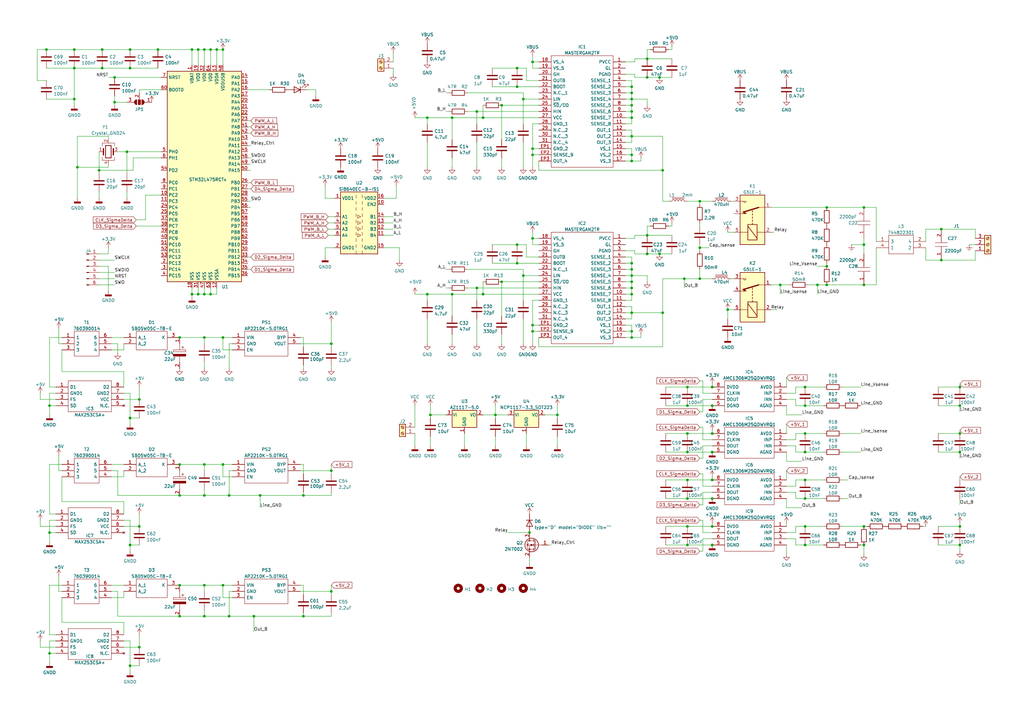
<source format=kicad_sch>
(kicad_sch (version 20211123) (generator eeschema)
  (paper "A3")
  (lib_symbols
    (symbol "595D226X9020B2T:595D226X9020B2T" (pin_names (offset 0.762))
      (property "Reference" "C" (at 8.89 6.35 0))
      (property "Value" "595D226X9020B2T" (at 8.89 3.81 0))
      (symbol "595D226X9020B2T_0_0"
        (pin passive line (at 0 0 0) (length 2.54) (name "~") (number "1"))
        (pin passive line (at 12.7 0 180) (length 2.54) (name "~") (number "2"))
      )
    )
    (symbol "744822301:744822301" (pin_names (offset 0.762))
      (property "Reference" "L" (at 16.51 7.62 0))
      (property "Value" "744822301" (at 16.51 5.08 0))
      (symbol "744822301_0_0"
        (pin passive line (at 0 0 0) (length 5.08) (name "3") (number "1"))
        (pin passive line (at 20.32 0 180) (length 5.08) (name "4") (number "2"))
        (pin passive line (at 20.32 -2.54 180) (length 5.08) (name "2") (number "3"))
        (pin passive line (at 0 -2.54 0) (length 5.08) (name "1") (number "4"))
      )
    )
    (symbol "760390014:760390014" (pin_names (offset 0.762))
      (property "Reference" "T" (at 16.51 7.62 0))
      (property "Value" "760390014" (at 16.51 5.08 0))
      (symbol "760390014_0_0"
        (pin passive line (at 0 0 0) (length 5.08) (name "1") (number "1"))
        (pin passive line (at 0 -2.54 0) (length 5.08) (name "2") (number "2"))
        (pin passive line (at 0 -5.08 0) (length 5.08) (name "3") (number "3"))
        (pin passive line (at 20.32 -5.08 180) (length 5.08) (name "4") (number "4"))
        (pin passive line (at 20.32 -2.54 180) (length 5.08) (name "5") (number "5"))
        (pin passive line (at 20.32 0 180) (length 5.08) (name "6") (number "6"))
      )
    )
    (symbol "AMC1306M25QDWVRQ1:AMC1306M25QDWVRQ1" (pin_names (offset 0.762))
      (property "Reference" "IC" (at 26.67 7.62 0))
      (property "Value" "AMC1306M25QDWVRQ1" (at 26.67 5.08 0))
      (symbol "AMC1306M25QDWVRQ1_0_0"
        (pin passive line (at 0 0 0) (length 5.08) (name "AVDD") (number "1"))
        (pin passive line (at 0 -2.54 0) (length 5.08) (name "INP") (number "2"))
        (pin passive line (at 0 -5.08 0) (length 5.08) (name "INN") (number "3"))
        (pin passive line (at 0 -7.62 0) (length 5.08) (name "AGND") (number "4"))
        (pin passive line (at 30.48 -7.62 180) (length 5.08) (name "DGND") (number "5"))
        (pin passive line (at 30.48 -5.08 180) (length 5.08) (name "DOUT") (number "6"))
        (pin passive line (at 30.48 -2.54 180) (length 5.08) (name "CLKIN") (number "7"))
        (pin passive line (at 30.48 0 180) (length 5.08) (name "DVDD") (number "8"))
      )
    )
    (symbol "AP2210K-5.0TRG1:AP2210K-5.0TRG1" (pin_names (offset 0.762))
      (property "Reference" "PS" (at 24.13 7.62 0))
      (property "Value" "AP2210K-5.0TRG1" (at 24.13 5.08 0))
      (symbol "AP2210K-5.0TRG1_0_0"
        (pin power_in line (at 0 0 0) (length 5.08) (name "VIN") (number "1"))
        (pin power_in line (at 0 -2.54 0) (length 5.08) (name "GND") (number "2"))
        (pin input line (at 0 -5.08 0) (length 5.08) (name "EN") (number "3"))
        (pin passive line (at 27.94 0 180) (length 5.08) (name "BYP") (number "4"))
        (pin power_in line (at 27.94 -2.54 180) (length 5.08) (name "VOUT") (number "5"))
      )
    )
    (symbol "C901U222MZVDBA7317:C901U222MZVDBA7317" (pin_names (offset 0.762))
      (property "Reference" "C" (at 8.89 6.35 0))
      (property "Value" "C901U222MZVDBA7317" (at 8.89 3.81 0))
      (symbol "C901U222MZVDBA7317_0_0"
        (pin passive line (at 0 0 0) (length 5.08) (name "~") (number "1"))
        (pin passive line (at 12.7 0 180) (length 5.08) (name "~") (number "2"))
      )
    )
    (symbol "Connector:Conn_01x06_Male" (pin_names (offset 1.016) hide)
      (property "Reference" "J" (at 0 7.62 0))
      (property "Value" "Conn_01x06_Male" (at 0 -10.16 0))
      (symbol "Conn_01x06_Male_1_1"
        (pin passive line (at 5.08 5.08 180) (length 3.81) (name "Pin_1") (number "1"))
        (pin passive line (at 5.08 2.54 180) (length 3.81) (name "Pin_2") (number "2"))
        (pin passive line (at 5.08 0 180) (length 3.81) (name "Pin_3") (number "3"))
        (pin passive line (at 5.08 -2.54 180) (length 3.81) (name "Pin_4") (number "4"))
        (pin passive line (at 5.08 -5.08 180) (length 3.81) (name "Pin_5") (number "5"))
        (pin passive line (at 5.08 -7.62 180) (length 3.81) (name "Pin_6") (number "6"))
      )
    )
    (symbol "Connector:Screw_Terminal_01x02" (pin_names (offset 1.016) hide)
      (property "Reference" "J" (at 0 2.54 0))
      (property "Value" "Screw_Terminal_01x02" (at 0 -5.08 0))
      (symbol "Screw_Terminal_01x02_1_1"
        (pin passive line (at -5.08 0 0) (length 3.81) (name "Pin_1") (number "1"))
        (pin passive line (at -5.08 -2.54 0) (length 3.81) (name "Pin_2") (number "2"))
      )
    )
    (symbol "Connector:Screw_Terminal_01x03" (pin_names (offset 1.016) hide)
      (property "Reference" "J" (at 0 5.08 0))
      (property "Value" "Screw_Terminal_01x03" (at 0 -5.08 0))
      (symbol "Screw_Terminal_01x03_1_1"
        (pin passive line (at -5.08 2.54 0) (length 3.81) (name "Pin_1") (number "1"))
        (pin passive line (at -5.08 0 0) (length 3.81) (name "Pin_2") (number "2"))
        (pin passive line (at -5.08 -2.54 0) (length 3.81) (name "Pin_3") (number "3"))
      )
    )
    (symbol "Device:C" (pin_numbers hide) (pin_names (offset 0.254))
      (property "Reference" "C" (at 0.635 2.54 0))
      (property "Value" "C" (at 0.635 -2.54 0))
      (symbol "C_1_1"
        (pin passive line (at 0 3.81 270) (length 2.794) (name "~") (number "1"))
        (pin passive line (at 0 -3.81 90) (length 2.794) (name "~") (number "2"))
      )
    )
    (symbol "Device:Crystal_GND24" (pin_names (offset 1.016) hide)
      (property "Reference" "Y" (at 3.175 5.08 0))
      (property "Value" "Crystal_GND24" (at 3.175 3.175 0))
      (symbol "Crystal_GND24_1_1"
        (pin passive line (at -3.81 0 0) (length 1.27) (name "1") (number "1"))
        (pin passive line (at 0 5.08 270) (length 1.27) (name "2") (number "2"))
        (pin passive line (at 3.81 0 180) (length 1.27) (name "3") (number "3"))
        (pin passive line (at 0 -5.08 90) (length 1.27) (name "4") (number "4"))
      )
    )
    (symbol "Device:LED" (pin_numbers hide) (pin_names (offset 1.016) hide)
      (property "Reference" "D" (at 0 2.54 0))
      (property "Value" "LED" (at 0 -2.54 0))
      (symbol "LED_1_1"
        (pin passive line (at -3.81 0 0) (length 2.54) (name "K") (number "1"))
        (pin passive line (at 3.81 0 180) (length 2.54) (name "A") (number "2"))
      )
    )
    (symbol "Device:L_Iron" (pin_numbers hide) (pin_names (offset 1.016) hide)
      (property "Reference" "L" (at -1.27 0 90))
      (property "Value" "L_Iron" (at 2.794 0 90))
      (symbol "L_Iron_1_1"
        (pin passive line (at 0 3.81 270) (length 1.27) (name "1") (number "1"))
        (pin passive line (at 0 -3.81 90) (length 1.27) (name "2") (number "2"))
      )
    )
    (symbol "Device:R" (pin_numbers hide) (pin_names (offset 0))
      (property "Reference" "R" (at 2.032 0 90))
      (property "Value" "R" (at 0 0 90))
      (symbol "R_1_1"
        (pin passive line (at 0 3.81 270) (length 1.27) (name "~") (number "1"))
        (pin passive line (at 0 -3.81 90) (length 1.27) (name "~") (number "2"))
      )
    )
    (symbol "Isolator:Si8640EC-B-IS1"
      (property "Reference" "U" (at 0 15.875 0))
      (property "Value" "Si8640EC-B-IS1" (at 0 13.97 0))
      (symbol "Si8640EC-B-IS1_1_1"
        (pin power_in line (at -10.16 10.16 0) (length 2.54) (name "VDD1") (number "1"))
        (pin input line (at 10.16 7.62 180) (length 2.54) (name "EN2") (number "10"))
        (pin output line (at 10.16 -5.08 180) (length 2.54) (name "B4") (number "11"))
        (pin output line (at 10.16 -2.54 180) (length 2.54) (name "B3") (number "12"))
        (pin output line (at 10.16 0 180) (length 2.54) (name "B2") (number "13"))
        (pin output line (at 10.16 2.54 180) (length 2.54) (name "B1") (number "14"))
        (pin power_in line (at 10.16 -10.16 180) (length 2.54) (name "GND2") (number "15"))
        (pin power_in line (at 10.16 10.16 180) (length 2.54) (name "VDD2") (number "16"))
        (pin power_in line (at -10.16 -10.16 0) (length 2.54) (name "GND1") (number "2"))
        (pin input line (at -10.16 2.54 0) (length 2.54) (name "A1") (number "3"))
        (pin input line (at -10.16 0 0) (length 2.54) (name "A2") (number "4"))
        (pin input line (at -10.16 -2.54 0) (length 2.54) (name "A3") (number "5"))
        (pin input line (at -10.16 -5.08 0) (length 2.54) (name "A4") (number "6"))
        (pin no_connect line (at -7.62 7.62 0) (length 2.54) hide (name "NC") (number "7"))
        (pin passive line (at -10.16 -10.16 0) (length 2.54) hide (name "GND1") (number "8"))
        (pin passive line (at 10.16 -10.16 180) (length 2.54) hide (name "GND2") (number "9"))
      )
    )
    (symbol "Jumper:SolderJumper_3_Open" (pin_names (offset 0) hide)
      (property "Reference" "JP" (at -2.54 -2.54 0))
      (property "Value" "SolderJumper_3_Open" (at 0 2.794 0))
      (symbol "SolderJumper_3_Open_1_1"
        (pin passive line (at -5.08 0 0) (length 2.54) (name "A") (number "1"))
        (pin passive line (at 0 -3.81 90) (length 2.54) (name "C") (number "2"))
        (pin passive line (at 5.08 0 180) (length 2.54) (name "B") (number "3"))
      )
    )
    (symbol "MASTERGAN2TR:MASTERGAN2TR" (pin_names (offset 0.762))
      (property "Reference" "IC" (at 31.75 7.62 0))
      (property "Value" "MASTERGAN2TR" (at 31.75 5.08 0))
      (symbol "MASTERGAN2TR_0_0"
        (pin passive line (at 0 0 0) (length 5.08) (name "PVCC") (number "1"))
        (pin passive line (at 0 -22.86 0) (length 5.08) (name "SENSE_7") (number "10"))
        (pin passive line (at 0 -25.4 0) (length 5.08) (name "SENSE_8") (number "11"))
        (pin passive line (at 0 -27.94 0) (length 5.08) (name "OUT_1") (number "12"))
        (pin passive line (at 0 -30.48 0) (length 5.08) (name "OUT_2") (number "13"))
        (pin passive line (at 0 -33.02 0) (length 5.08) (name "OUT_3") (number "14"))
        (pin passive line (at 0 -35.56 0) (length 5.08) (name "VS_1") (number "15"))
        (pin passive line (at 0 -38.1 0) (length 5.08) (name "VS_2") (number "16"))
        (pin passive line (at 0 -40.64 0) (length 5.08) (name "VS_3") (number "17"))
        (pin passive line (at 35.56 0 180) (length 5.08) (name "VS_4") (number "18"))
        (pin passive line (at 35.56 -2.54 180) (length 5.08) (name "VS_5") (number "19"))
        (pin passive line (at 0 -2.54 0) (length 5.08) (name "GL") (number "2"))
        (pin passive line (at 35.56 -5.08 180) (length 5.08) (name "GH") (number "20"))
        (pin passive line (at 35.56 -7.62 180) (length 5.08) (name "OUTB") (number "21"))
        (pin passive line (at 35.56 -10.16 180) (length 5.08) (name "BOOT") (number "22"))
        (pin passive line (at 35.56 -12.7 180) (length 5.08) (name "N.C._1") (number "23"))
        (pin passive line (at 35.56 -15.24 180) (length 5.08) (name "LIN") (number "24"))
        (pin passive line (at 35.56 -17.78 180) (length 5.08) (name "~{SD}/OD") (number "25"))
        (pin passive line (at 35.56 -20.32 180) (length 5.08) (name "HIN") (number "26"))
        (pin passive line (at 35.56 -22.86 180) (length 5.08) (name "VCC") (number "27"))
        (pin passive line (at 35.56 -25.4 180) (length 5.08) (name "GND_1") (number "28"))
        (pin passive line (at 35.56 -27.94 180) (length 5.08) (name "N.C._2") (number "29"))
        (pin passive line (at 0 -5.08 0) (length 5.08) (name "PGND") (number "3"))
        (pin passive line (at 35.56 -30.48 180) (length 5.08) (name "N.C._3") (number "30"))
        (pin passive line (at 35.56 -33.02 180) (length 5.08) (name "N.C._4") (number "31"))
        (pin passive line (at 0 -7.62 0) (length 5.08) (name "SENSE_1") (number "4"))
        (pin passive line (at 0 -10.16 0) (length 5.08) (name "SENSE_2") (number "5"))
        (pin passive line (at 0 -12.7 0) (length 5.08) (name "SENSE_3") (number "6"))
        (pin passive line (at 0 -15.24 0) (length 5.08) (name "SENSE_4") (number "7"))
        (pin passive line (at 0 -17.78 0) (length 5.08) (name "SENSE_5") (number "8"))
        (pin passive line (at 0 -20.32 0) (length 5.08) (name "SENSE_6") (number "9"))
        (pin passive line (at 35.56 -35.56 180) (length 5.08) (name "GND_2") (number "EP1"))
        (pin passive line (at 35.56 -38.1 180) (length 5.08) (name "SENSE_9") (number "EP2"))
        (pin passive line (at 35.56 -40.64 180) (length 5.08) (name "OUT_4") (number "EP3"))
      )
    )
    (symbol "MAX253CSA+:MAX253CSA+" (pin_names (offset 0.762))
      (property "Reference" "IC" (at 24.13 7.62 0))
      (property "Value" "MAX253CSA+" (at 24.13 5.08 0))
      (symbol "MAX253CSA+_0_0"
        (pin passive line (at 0 0 0) (length 5.08) (name "D1") (number "1"))
        (pin passive line (at 0 -2.54 0) (length 5.08) (name "GND1") (number "2"))
        (pin passive line (at 0 -5.08 0) (length 5.08) (name "FS") (number "3"))
        (pin passive line (at 0 -7.62 0) (length 5.08) (name "SD") (number "4"))
        (pin no_connect line (at 27.94 -7.62 180) (length 5.08) (name "N.C.") (number "5"))
        (pin passive line (at 27.94 -5.08 180) (length 5.08) (name "VCC") (number "6"))
        (pin passive line (at 27.94 -2.54 180) (length 5.08) (name "GND2") (number "7"))
        (pin passive line (at 27.94 0 180) (length 5.08) (name "D2") (number "8"))
      )
    )
    (symbol "MCU_ST_STM32L4:STM32L475RCTx"
      (property "Reference" "U" (at -15.24 44.45 0))
      (property "Value" "STM32L475RCTx" (at 10.16 44.45 0))
      (symbol "STM32L475RCTx_1_1"
        (pin power_in line (at -5.08 45.72 270) (length 2.54) (name "VBAT") (number "1"))
        (pin bidirectional line (at -17.78 -7.62 0) (length 2.54) (name "PC2") (number "10"))
        (pin bidirectional line (at -17.78 -10.16 0) (length 2.54) (name "PC3") (number "11"))
        (pin power_in line (at 5.08 -45.72 90) (length 2.54) (name "VSSA") (number "12"))
        (pin power_in line (at 5.08 45.72 270) (length 2.54) (name "VDDA") (number "13"))
        (pin bidirectional line (at 17.78 40.64 180) (length 2.54) (name "PA0") (number "14"))
        (pin bidirectional line (at 17.78 38.1 180) (length 2.54) (name "PA1") (number "15"))
        (pin bidirectional line (at 17.78 35.56 180) (length 2.54) (name "PA2") (number "16"))
        (pin bidirectional line (at 17.78 33.02 180) (length 2.54) (name "PA3") (number "17"))
        (pin power_in line (at -5.08 -45.72 90) (length 2.54) (name "VSS") (number "18"))
        (pin power_in line (at -2.54 45.72 270) (length 2.54) (name "VDD") (number "19"))
        (pin bidirectional line (at -17.78 -35.56 0) (length 2.54) (name "PC13") (number "2"))
        (pin bidirectional line (at 17.78 30.48 180) (length 2.54) (name "PA4") (number "20"))
        (pin bidirectional line (at 17.78 27.94 180) (length 2.54) (name "PA5") (number "21"))
        (pin bidirectional line (at 17.78 25.4 180) (length 2.54) (name "PA6") (number "22"))
        (pin bidirectional line (at 17.78 22.86 180) (length 2.54) (name "PA7") (number "23"))
        (pin bidirectional line (at -17.78 -12.7 0) (length 2.54) (name "PC4") (number "24"))
        (pin bidirectional line (at -17.78 -15.24 0) (length 2.54) (name "PC5") (number "25"))
        (pin bidirectional line (at 17.78 -2.54 180) (length 2.54) (name "PB0") (number "26"))
        (pin bidirectional line (at 17.78 -5.08 180) (length 2.54) (name "PB1") (number "27"))
        (pin bidirectional line (at 17.78 -7.62 180) (length 2.54) (name "PB2") (number "28"))
        (pin bidirectional line (at 17.78 -27.94 180) (length 2.54) (name "PB10") (number "29"))
        (pin bidirectional line (at -17.78 -38.1 0) (length 2.54) (name "PC14") (number "3"))
        (pin bidirectional line (at 17.78 -30.48 180) (length 2.54) (name "PB11") (number "30"))
        (pin power_in line (at -2.54 -45.72 90) (length 2.54) (name "VSS") (number "31"))
        (pin power_in line (at 0 45.72 270) (length 2.54) (name "VDD") (number "32"))
        (pin bidirectional line (at 17.78 -33.02 180) (length 2.54) (name "PB12") (number "33"))
        (pin bidirectional line (at 17.78 -35.56 180) (length 2.54) (name "PB13") (number "34"))
        (pin bidirectional line (at 17.78 -38.1 180) (length 2.54) (name "PB14") (number "35"))
        (pin bidirectional line (at 17.78 -40.64 180) (length 2.54) (name "PB15") (number "36"))
        (pin bidirectional line (at -17.78 -17.78 0) (length 2.54) (name "PC6") (number "37"))
        (pin bidirectional line (at -17.78 -20.32 0) (length 2.54) (name "PC7") (number "38"))
        (pin bidirectional line (at -17.78 -22.86 0) (length 2.54) (name "PC8") (number "39"))
        (pin bidirectional line (at -17.78 -40.64 0) (length 2.54) (name "PC15") (number "4"))
        (pin bidirectional line (at -17.78 -25.4 0) (length 2.54) (name "PC9") (number "40"))
        (pin bidirectional line (at 17.78 20.32 180) (length 2.54) (name "PA8") (number "41"))
        (pin bidirectional line (at 17.78 17.78 180) (length 2.54) (name "PA9") (number "42"))
        (pin bidirectional line (at 17.78 15.24 180) (length 2.54) (name "PA10") (number "43"))
        (pin bidirectional line (at 17.78 12.7 180) (length 2.54) (name "PA11") (number "44"))
        (pin bidirectional line (at 17.78 10.16 180) (length 2.54) (name "PA12") (number "45"))
        (pin bidirectional line (at 17.78 7.62 180) (length 2.54) (name "PA13") (number "46"))
        (pin power_in line (at 0 -45.72 90) (length 2.54) (name "VSS") (number "47"))
        (pin power_in line (at 7.62 45.72 270) (length 2.54) (name "VDDUSB") (number "48"))
        (pin bidirectional line (at 17.78 5.08 180) (length 2.54) (name "PA14") (number "49"))
        (pin input line (at -17.78 10.16 0) (length 2.54) (name "PH0") (number "5"))
        (pin bidirectional line (at 17.78 2.54 180) (length 2.54) (name "PA15") (number "50"))
        (pin bidirectional line (at -17.78 -27.94 0) (length 2.54) (name "PC10") (number "51"))
        (pin bidirectional line (at -17.78 -30.48 0) (length 2.54) (name "PC11") (number "52"))
        (pin bidirectional line (at -17.78 -33.02 0) (length 2.54) (name "PC12") (number "53"))
        (pin bidirectional line (at -17.78 2.54 0) (length 2.54) (name "PD2") (number "54"))
        (pin bidirectional line (at 17.78 -10.16 180) (length 2.54) (name "PB3") (number "55"))
        (pin bidirectional line (at 17.78 -12.7 180) (length 2.54) (name "PB4") (number "56"))
        (pin bidirectional line (at 17.78 -15.24 180) (length 2.54) (name "PB5") (number "57"))
        (pin bidirectional line (at 17.78 -17.78 180) (length 2.54) (name "PB6") (number "58"))
        (pin bidirectional line (at 17.78 -20.32 180) (length 2.54) (name "PB7") (number "59"))
        (pin input line (at -17.78 7.62 0) (length 2.54) (name "PH1") (number "6"))
        (pin input line (at -17.78 35.56 0) (length 2.54) (name "BOOT0") (number "60"))
        (pin bidirectional line (at 17.78 -22.86 180) (length 2.54) (name "PB8") (number "61"))
        (pin bidirectional line (at 17.78 -25.4 180) (length 2.54) (name "PB9") (number "62"))
        (pin power_in line (at 2.54 -45.72 90) (length 2.54) (name "VSS") (number "63"))
        (pin power_in line (at 2.54 45.72 270) (length 2.54) (name "VDD") (number "64"))
        (pin input line (at -17.78 40.64 0) (length 2.54) (name "NRST") (number "7"))
        (pin bidirectional line (at -17.78 -2.54 0) (length 2.54) (name "PC0") (number "8"))
        (pin bidirectional line (at -17.78 -5.08 0) (length 2.54) (name "PC1") (number "9"))
      )
    )
    (symbol "Mechanical:MountingHole" (pin_names (offset 1.016))
      (property "Reference" "H" (at 0 5.08 0))
      (property "Value" "MountingHole" (at 0 3.175 0))
    )
    (symbol "Regulator_Linear:AZ1117-5.0" (pin_names (offset 0.254))
      (property "Reference" "U" (at -3.81 3.175 0))
      (property "Value" "AZ1117-5.0" (at 0 3.175 0))
      (symbol "AZ1117-5.0_1_1"
        (pin power_in line (at 0 -7.62 90) (length 2.54) (name "GND") (number "1"))
        (pin power_out line (at 7.62 0 180) (length 2.54) (name "VO") (number "2"))
        (pin power_in line (at -7.62 0 0) (length 2.54) (name "VI") (number "3"))
      )
    )
    (symbol "Regulator_Linear:NCP1117-3.3_SOT223" (pin_names (offset 0.254))
      (property "Reference" "U" (at -3.81 3.175 0))
      (property "Value" "NCP1117-3.3_SOT223" (at 0 3.175 0))
      (symbol "NCP1117-3.3_SOT223_1_1"
        (pin power_in line (at 0 -7.62 90) (length 2.54) (name "GND") (number "1"))
        (pin power_out line (at 7.62 0 180) (length 2.54) (name "VO") (number "2"))
        (pin power_in line (at -7.62 0 0) (length 2.54) (name "VI") (number "3"))
      )
    )
    (symbol "Relay:G5LE-1"
      (property "Reference" "K" (at 11.43 3.81 0))
      (property "Value" "G5LE-1" (at 11.43 1.27 0))
      (symbol "G5LE-1_1_1"
        (pin passive line (at 5.08 -7.62 90) (length 2.54) (name "~") (number "1"))
        (pin passive line (at -5.08 -7.62 90) (length 2.54) (name "~") (number "2"))
        (pin passive line (at 7.62 7.62 270) (length 2.54) (name "~") (number "3"))
        (pin passive line (at 2.54 7.62 270) (length 2.54) (name "~") (number "4"))
        (pin passive line (at -5.08 7.62 270) (length 2.54) (name "~") (number "5"))
      )
    )
    (symbol "SB05W05C-TB-E:SB05W05C-TB-E" (pin_names (offset 0.762))
      (property "Reference" "D" (at 19.05 7.62 0))
      (property "Value" "SB05W05C-TB-E" (at 19.05 5.08 0))
      (symbol "SB05W05C-TB-E_0_0"
        (pin passive line (at 0 0 0) (length 5.08) (name "A_1") (number "1"))
        (pin passive line (at 0 -2.54 0) (length 5.08) (name "A_2") (number "2"))
        (pin passive line (at 22.86 0 180) (length 5.08) (name "K") (number "3"))
      )
    )
    (symbol "Simulation_SPICE:DIODE" (pin_numbers hide) (pin_names (offset 1.016) hide)
      (property "Reference" "D" (at 0 2.54 0))
      (property "Value" "DIODE" (at 0 -2.54 0))
      (symbol "DIODE_1_1"
        (pin passive line (at -3.81 0 0) (length 2.54) (name "A") (number "1"))
        (pin passive line (at 3.81 0 180) (length 2.54) (name "K") (number "2"))
      )
    )
    (symbol "Transistor_FET:2N7002" (pin_names hide)
      (property "Reference" "Q" (at 5.08 1.905 0))
      (property "Value" "2N7002" (at 5.08 0 0))
      (symbol "2N7002_1_1"
        (pin input line (at -5.08 0 0) (length 2.54) (name "G") (number "1"))
        (pin passive line (at 2.54 -5.08 90) (length 2.54) (name "S") (number "2"))
        (pin passive line (at 2.54 5.08 270) (length 2.54) (name "D") (number "3"))
      )
    )
    (symbol "power:+3.3V" (power) (pin_names (offset 0))
      (property "Value" "+3.3V" (at 0 3.556 0))
      (symbol "+3.3V_1_1"
        (pin power_in line (at 0 0 90) (length 0) hide (name "+3.3V") (number "1"))
      )
    )
    (symbol "power:+5V" (power) (pin_names (offset 0))
      (property "Value" "+5V" (at 0 3.556 0))
      (symbol "+5V_1_1"
        (pin power_in line (at 0 0 90) (length 0) hide (name "+5V") (number "1"))
      )
    )
    (symbol "power:+5VD" (power) (pin_names (offset 0))
      (property "Value" "+5VD" (at 0 3.556 0))
      (symbol "+5VD_1_1"
        (pin power_in line (at 0 0 90) (length 0) hide (name "+5VD") (number "1"))
      )
    )
    (symbol "power:Earth" (power) (pin_names (offset 0))
      (symbol "Earth_1_1"
        (pin power_in line (at 0 0 270) (length 0) hide (name "Earth") (number "1"))
      )
    )
    (symbol "power:GND" (power) (pin_names (offset 0))
      (property "Value" "GND" (at 0 -3.81 0))
      (symbol "GND_1_1"
        (pin power_in line (at 0 0 270) (length 0) hide (name "GND") (number "1"))
      )
    )
    (symbol "power:GNDD" (power) (pin_names (offset 0))
      (property "Value" "GNDD" (at 0 -3.175 0))
      (symbol "GNDD_1_1"
        (pin power_in line (at 0 0 270) (length 0) hide (name "GNDD") (number "1"))
      )
    )
    (symbol "power:VBUS" (power) (pin_names (offset 0))
      (property "Value" "VBUS" (at 0 3.81 0))
      (symbol "VBUS_1_1"
        (pin power_in line (at 0 0 90) (length 0) hide (name "VBUS") (number "1"))
      )
    )
    (symbol "power:VCC" (power) (pin_names (offset 0))
      (property "Value" "VCC" (at 0 3.81 0))
      (symbol "VCC_1_1"
        (pin power_in line (at 0 0 90) (length 0) hide (name "VCC") (number "1"))
      )
    )
  )
  (junction (at 88.9 20.32))
  (junction (at 259.08 120.65))
  (junction (at 20.32 218.44))
  (junction (at 20.32 166.37))
  (junction (at 78.74 120.65))
  (junction (at 281.94 185.42))
  (junction (at 265.43 96.52))
  (junction (at 218.44 135.89))
  (junction (at 354.33 100.33))
  (junction (at 292.1 223.52))
  (junction (at 198.12 120.65))
  (junction (at 52.07 62.23))
  (junction (at 57.15 265.43))
  (junction (at 30.48 20.32))
  (junction (at 175.26 120.65))
  (junction (at 281.94 158.75))
  (junction (at 330.2 177.8))
  (junction (at 46.99 41.91))
  (junction (at 281.94 166.37))
  (junction (at 292.1 185.42))
  (junction (at 259.08 35.56))
  (junction (at 393.7 166.37))
  (junction (at 330.2 196.85))
  (junction (at 259.08 40.64))
  (junction (at 124.46 252.73))
  (junction (at 259.08 110.49))
  (junction (at 287.02 114.3))
  (junction (at 271.78 69.85))
  (junction (at 393.7 185.42))
  (junction (at 41.91 27.94))
  (junction (at 280.67 114.3))
  (junction (at 64.77 20.32))
  (junction (at 386.08 93.98))
  (junction (at 265.43 104.14))
  (junction (at 259.08 135.89))
  (junction (at 185.42 120.65))
  (junction (at 281.94 177.8))
  (junction (at 330.2 223.52))
  (junction (at 93.98 252.73))
  (junction (at 31.75 68.58))
  (junction (at 354.33 215.9))
  (junction (at 46.99 31.75))
  (junction (at 83.82 138.43))
  (junction (at 330.2 158.75))
  (junction (at 259.08 45.72))
  (junction (at 259.08 113.03))
  (junction (at 330.2 166.37))
  (junction (at 214.63 40.64))
  (junction (at 135.89 242.57))
  (junction (at 83.82 252.73))
  (junction (at 175.26 48.26))
  (junction (at 259.08 43.18))
  (junction (at 83.82 240.03))
  (junction (at 40.64 69.85))
  (junction (at 53.34 171.45))
  (junction (at 212.09 107.95))
  (junction (at 386.08 106.68))
  (junction (at 228.6 170.18))
  (junction (at 86.36 120.65))
  (junction (at 83.82 20.32))
  (junction (at 78.74 20.32))
  (junction (at 393.7 158.75))
  (junction (at 212.09 35.56))
  (junction (at 73.66 203.2))
  (junction (at 320.04 116.84))
  (junction (at 393.7 215.9))
  (junction (at 93.98 203.2))
  (junction (at 83.82 120.65))
  (junction (at 104.14 252.73))
  (junction (at 259.08 55.88))
  (junction (at 292.1 215.9))
  (junction (at 57.15 163.83))
  (junction (at 218.44 63.5))
  (junction (at 270.51 31.75))
  (junction (at 287.02 82.55))
  (junction (at 205.74 43.18))
  (junction (at 19.05 20.32))
  (junction (at 30.48 27.94))
  (junction (at 259.08 115.57))
  (junction (at 53.34 20.32))
  (junction (at 41.91 20.32))
  (junction (at 57.15 215.9))
  (junction (at 393.7 177.8))
  (junction (at 393.7 223.52))
  (junction (at 218.44 25.4))
  (junction (at 330.2 185.42))
  (junction (at 176.53 170.18))
  (junction (at 259.08 63.5))
  (junction (at 203.2 170.18))
  (junction (at 30.48 40.64))
  (junction (at 185.42 48.26))
  (junction (at 20.32 267.97))
  (junction (at 330.2 215.9))
  (junction (at 214.63 113.03))
  (junction (at 259.08 107.95))
  (junction (at 339.09 116.84))
  (junction (at 212.09 27.94))
  (junction (at 292.1 166.37))
  (junction (at 91.44 190.5))
  (junction (at 106.68 203.2))
  (junction (at 205.74 115.57))
  (junction (at 265.43 24.13))
  (junction (at 91.44 138.43))
  (junction (at 281.94 204.47))
  (junction (at 218.44 60.96))
  (junction (at 292.1 177.8))
  (junction (at 53.34 223.52))
  (junction (at 212.09 100.33))
  (junction (at 339.09 85.09))
  (junction (at 83.82 203.2))
  (junction (at 73.66 138.43))
  (junction (at 271.78 128.27))
  (junction (at 53.34 273.05))
  (junction (at 218.44 97.79))
  (junction (at 354.33 223.52))
  (junction (at 135.89 193.04))
  (junction (at 287.02 101.6))
  (junction (at 91.44 240.03))
  (junction (at 81.28 20.32))
  (junction (at 86.36 20.32))
  (junction (at 335.28 116.84))
  (junction (at 259.08 138.43))
  (junction (at 73.66 240.03))
  (junction (at 198.12 48.26))
  (junction (at 292.1 196.85))
  (junction (at 53.34 27.94))
  (junction (at 265.43 31.75))
  (junction (at 339.09 109.22))
  (junction (at 259.08 48.26))
  (junction (at 354.33 85.09))
  (junction (at 330.2 204.47))
  (junction (at 73.66 252.73))
  (junction (at 354.33 116.84))
  (junction (at 259.08 66.04))
  (junction (at 135.89 140.97))
  (junction (at 259.08 118.11))
  (junction (at 124.46 203.2))
  (junction (at 81.28 120.65))
  (junction (at 281.94 223.52))
  (junction (at 259.08 38.1))
  (junction (at 73.66 190.5))
  (junction (at 292.1 204.47))
  (junction (at 217.17 218.44))
  (junction (at 195.58 118.11))
  (junction (at 292.1 158.75))
  (junction (at 270.51 104.14))
  (junction (at 281.94 196.85))
  (junction (at 218.44 133.35))
  (junction (at 281.94 215.9))
  (junction (at 195.58 45.72))
  (junction (at 83.82 190.5))
  (junction (at 298.45 127))
  (junction (at 259.08 128.27))
  (junction (at 91.44 20.32))
  (wire (pts (xy 50.8 240.03) (xy 45.72 240.03)))
  (wire (pts (xy 124.46 252.73) (xy 135.89 252.73)))
  (wire (pts (xy 46.99 43.18) (xy 46.99 41.91)))
  (wire (pts (xy 218.44 27.94) (xy 218.44 25.4)))
  (wire (pts (xy 400.05 102.87) (xy 400.05 106.68)))
  (wire (pts (xy 326.39 204.47) (xy 330.2 204.47)))
  (wire (pts (xy 260.35 30.48) (xy 260.35 31.75)))
  (wire (pts (xy 44.45 101.6) (xy 44.45 104.14)))
  (wire (pts (xy 20.32 161.29) (xy 22.86 161.29)))
  (wire (pts (xy 191.77 38.1) (xy 214.63 38.1)))
  (wire (pts (xy 256.54 45.72) (xy 259.08 45.72)))
  (wire (pts (xy 157.48 93.98) (xy 161.29 93.98)))
  (wire (pts (xy 275.59 96.52) (xy 265.43 96.52)))
  (wire (pts (xy 91.44 195.58) (xy 95.25 195.58)))
  (wire (pts (xy 52.07 78.74) (xy 52.07 81.28)))
  (wire (pts (xy 292.1 201.93) (xy 288.29 201.93)))
  (wire (pts (xy 215.9 33.02) (xy 215.9 27.94)))
  (wire (pts (xy 106.68 208.28) (xy 106.68 203.2)))
  (wire (pts (xy 271.78 114.3) (xy 280.67 114.3)))
  (wire (pts (xy 259.08 38.1) (xy 259.08 35.56)))
  (wire (pts (xy 50.8 265.43) (xy 57.15 265.43)))
  (wire (pts (xy 218.44 135.89) (xy 220.98 135.89)))
  (wire (pts (xy 259.08 125.73) (xy 256.54 125.73)))
  (wire (pts (xy 124.46 201.93) (xy 124.46 203.2)))
  (wire (pts (xy 259.08 135.89) (xy 259.08 138.43)))
  (wire (pts (xy 101.6 36.83) (xy 110.49 36.83)))
  (wire (pts (xy 256.54 40.64) (xy 259.08 40.64)))
  (wire (pts (xy 88.9 20.32) (xy 91.44 20.32)))
  (wire (pts (xy 57.15 215.9) (xy 57.15 210.82)))
  (wire (pts (xy 41.91 27.94) (xy 53.34 27.94)))
  (wire (pts (xy 20.32 190.5) (xy 20.32 210.82)))
  (wire (pts (xy 161.29 96.52) (xy 157.48 96.52)))
  (wire (pts (xy 198.12 48.26) (xy 220.98 48.26)))
  (wire (pts (xy 228.6 171.45) (xy 228.6 170.18)))
  (wire (pts (xy 281.94 166.37) (xy 292.1 166.37)))
  (wire (pts (xy 265.43 115.57) (xy 265.43 113.03)))
  (wire (pts (xy 322.58 189.23) (xy 328.93 189.23)))
  (wire (pts (xy 220.98 123.19) (xy 218.44 123.19)))
  (wire (pts (xy 256.54 133.35) (xy 259.08 133.35)))
  (wire (pts (xy 256.54 115.57) (xy 259.08 115.57)))
  (wire (pts (xy 359.41 85.09) (xy 354.33 85.09)))
  (wire (pts (xy 256.54 43.18) (xy 259.08 43.18)))
  (wire (pts (xy 25.4 138.43) (xy 20.32 138.43)))
  (wire (pts (xy 326.39 201.93) (xy 326.39 204.47)))
  (wire (pts (xy 287.02 194.31) (xy 288.29 194.31)))
  (wire (pts (xy 135.89 194.31) (xy 135.89 193.04)))
  (wire (pts (xy 45.72 140.97) (xy 48.26 140.97)))
  (wire (pts (xy 220.98 40.64) (xy 214.63 40.64)))
  (wire (pts (xy 20.32 138.43) (xy 20.32 158.75)))
  (wire (pts (xy 50.8 138.43) (xy 45.72 138.43)))
  (wire (pts (xy 281.94 204.47) (xy 292.1 204.47)))
  (wire (pts (xy 190.5 177.8) (xy 190.5 182.88)))
  (wire (pts (xy 326.39 182.88) (xy 326.39 185.42)))
  (wire (pts (xy 134.62 91.44) (xy 137.16 91.44)))
  (wire (pts (xy 273.05 177.8) (xy 281.94 177.8)))
  (wire (pts (xy 259.08 60.96) (xy 259.08 63.5)))
  (wire (pts (xy 95.25 140.97) (xy 93.98 140.97)))
  (wire (pts (xy 218.44 95.25) (xy 218.44 97.79)))
  (wire (pts (xy 287.02 83.82) (xy 287.02 82.55)))
  (wire (pts (xy 287.02 156.21) (xy 288.29 156.21)))
  (wire (pts (xy 400.05 93.98) (xy 386.08 93.98)))
  (wire (pts (xy 256.54 113.03) (xy 259.08 113.03)))
  (wire (pts (xy 203.2 170.18) (xy 208.28 170.18)))
  (wire (pts (xy 379.73 99.06) (xy 379.73 93.98)))
  (wire (pts (xy 260.35 25.4) (xy 260.35 24.13)))
  (wire (pts (xy 337.82 166.37) (xy 330.2 166.37)))
  (wire (pts (xy 287.02 101.6) (xy 290.83 101.6)))
  (wire (pts (xy 337.82 223.52) (xy 330.2 223.52)))
  (wire (pts (xy 83.82 240.03) (xy 91.44 240.03)))
  (wire (pts (xy 48.26 242.57) (xy 48.26 252.73)))
  (wire (pts (xy 326.39 220.98) (xy 326.39 223.52)))
  (wire (pts (xy 265.43 113.03) (xy 259.08 113.03)))
  (wire (pts (xy 50.8 163.83) (xy 57.15 163.83)))
  (wire (pts (xy 280.67 114.3) (xy 280.67 118.11)))
  (wire (pts (xy 95.25 193.04) (xy 93.98 193.04)))
  (wire (pts (xy 20.32 222.25) (xy 20.32 218.44)))
  (wire (pts (xy 16.51 163.83) (xy 16.51 161.29)))
  (wire (pts (xy 215.9 27.94) (xy 212.09 27.94)))
  (wire (pts (xy 46.99 31.75) (xy 66.04 31.75)))
  (wire (pts (xy 44.45 57.15) (xy 44.45 55.88)))
  (wire (pts (xy 220.98 69.85) (xy 271.78 69.85)))
  (wire (pts (xy 83.82 203.2) (xy 83.82 200.66)))
  (wire (pts (xy 83.82 240.03) (xy 73.66 240.03)))
  (wire (pts (xy 205.74 140.97) (xy 205.74 137.16)))
  (wire (pts (xy 83.82 138.43) (xy 91.44 138.43)))
  (wire (pts (xy 64.77 20.32) (xy 78.74 20.32)))
  (wire (pts (xy 322.58 193.04) (xy 322.58 196.85)))
  (wire (pts (xy 185.42 140.97) (xy 185.42 137.16)))
  (wire (pts (xy 292.1 214.63) (xy 292.1 215.9)))
  (wire (pts (xy 270.51 104.14) (xy 265.43 104.14)))
  (wire (pts (xy 93.98 203.2) (xy 106.68 203.2)))
  (wire (pts (xy 347.98 204.47) (xy 345.44 204.47)))
  (wire (pts (xy 287.02 82.55) (xy 292.1 82.55)))
  (wire (pts (xy 212.09 107.95) (xy 220.98 107.95)))
  (wire (pts (xy 259.08 130.81) (xy 259.08 128.27)))
  (wire (pts (xy 256.54 66.04) (xy 259.08 66.04)))
  (wire (pts (xy 287.02 213.36) (xy 288.29 213.36)))
  (wire (pts (xy 22.86 215.9) (xy 16.51 215.9)))
  (wire (pts (xy 316.23 116.84) (xy 320.04 116.84)))
  (wire (pts (xy 218.44 60.96) (xy 218.44 63.5)))
  (wire (pts (xy 133.35 105.41) (xy 133.35 101.6)))
  (wire (pts (xy 78.74 26.67) (xy 78.74 20.32)))
  (wire (pts (xy 353.06 158.75) (xy 345.44 158.75)))
  (wire (pts (xy 259.08 35.56) (xy 259.08 33.02)))
  (wire (pts (xy 20.32 271.78) (xy 20.32 267.97)))
  (wire (pts (xy 20.32 166.37) (xy 20.32 161.29)))
  (wire (pts (xy 326.39 185.42) (xy 330.2 185.42)))
  (wire (pts (xy 22.86 218.44) (xy 20.32 218.44)))
  (wire (pts (xy 124.46 190.5) (xy 123.19 190.5)))
  (wire (pts (xy 292.1 176.53) (xy 292.1 177.8)))
  (wire (pts (xy 217.17 231.14) (xy 217.17 228.6)))
  (wire (pts (xy 124.46 240.03) (xy 124.46 243.84)))
  (wire (pts (xy 220.98 100.33) (xy 218.44 100.33)))
  (wire (pts (xy 50.8 213.36) (xy 53.34 213.36)))
  (wire (pts (xy 288.29 180.34) (xy 288.29 175.26)))
  (wire (pts (xy 45.72 195.58) (xy 50.8 195.58)))
  (wire (pts (xy 270.51 31.75) (xy 265.43 31.75)))
  (wire (pts (xy 287.02 175.26) (xy 288.29 175.26)))
  (wire (pts (xy 337.82 215.9) (xy 330.2 215.9)))
  (wire (pts (xy 64.77 27.94) (xy 53.34 27.94)))
  (wire (pts (xy 288.29 161.29) (xy 288.29 156.21)))
  (wire (pts (xy 175.26 140.97) (xy 175.26 130.81)))
  (wire (pts (xy 101.6 82.55) (xy 102.87 82.55)))
  (wire (pts (xy 40.64 109.22) (xy 44.45 109.22)))
  (wire (pts (xy 228.6 166.37) (xy 228.6 170.18)))
  (wire (pts (xy 259.08 58.42) (xy 259.08 55.88)))
  (wire (pts (xy 298.45 95.25) (xy 300.99 95.25)))
  (wire (pts (xy 322.58 182.88) (xy 326.39 182.88)))
  (wire (pts (xy 44.45 109.22) (xy 44.45 119.38)))
  (wire (pts (xy 292.1 220.98) (xy 288.29 220.98)))
  (wire (pts (xy 335.28 116.84) (xy 339.09 116.84)))
  (wire (pts (xy 45.72 245.11) (xy 50.8 245.11)))
  (wire (pts (xy 266.7 20.32) (xy 265.43 20.32)))
  (wire (pts (xy 379.73 215.9) (xy 378.46 215.9)))
  (wire (pts (xy 22.86 166.37) (xy 20.32 166.37)))
  (wire (pts (xy 349.25 100.33) (xy 354.33 100.33)))
  (wire (pts (xy 214.63 140.97) (xy 214.63 130.81)))
  (wire (pts (xy 195.58 118.11) (xy 195.58 123.19)))
  (wire (pts (xy 271.78 55.88) (xy 259.08 55.88)))
  (wire (pts (xy 24.13 186.69) (xy 24.13 193.04)))
  (wire (pts (xy 220.98 33.02) (xy 215.9 33.02)))
  (wire (pts (xy 101.6 67.31) (xy 102.87 67.31)))
  (wire (pts (xy 83.82 242.57) (xy 83.82 240.03)))
  (wire (pts (xy 16.51 215.9) (xy 16.51 213.36)))
  (wire (pts (xy 66.04 64.77) (xy 54.61 64.77)))
  (wire (pts (xy 292.1 215.9) (xy 281.94 215.9)))
  (wire (pts (xy 124.46 251.46) (xy 124.46 252.73)))
  (wire (pts (xy 322.58 220.98) (xy 326.39 220.98)))
  (wire (pts (xy 393.7 187.96) (xy 393.7 185.42)))
  (wire (pts (xy 50.8 190.5) (xy 45.72 190.5)))
  (wire (pts (xy 326.39 215.9) (xy 330.2 215.9)))
  (wire (pts (xy 322.58 218.44) (xy 326.39 218.44)))
  (wire (pts (xy 22.86 260.35) (xy 20.32 260.35)))
  (wire (pts (xy 54.61 69.85) (xy 40.64 69.85)))
  (wire (pts (xy 322.58 214.63) (xy 322.58 215.9)))
  (wire (pts (xy 57.15 36.83) (xy 66.04 36.83)))
  (wire (pts (xy 326.39 199.39) (xy 326.39 196.85)))
  (wire (pts (xy 25.4 143.51) (xy 25.4 152.4)))
  (wire (pts (xy 274.32 92.71) (xy 275.59 92.71)))
  (wire (pts (xy 91.44 245.11) (xy 91.44 240.03)))
  (wire (pts (xy 205.74 68.58) (xy 205.74 64.77)))
  (wire (pts (xy 20.32 213.36) (xy 22.86 213.36)))
  (wire (pts (xy 102.87 49.53) (xy 101.6 49.53)))
  (wire (pts (xy 298.45 127) (xy 300.99 127)))
  (wire (pts (xy 83.82 138.43) (xy 73.66 138.43)))
  (wire (pts (xy 260.35 102.87) (xy 260.35 104.14)))
  (wire (pts (xy 322.58 223.52) (xy 322.58 227.33)))
  (wire (pts (xy 212.09 35.56) (xy 220.98 35.56)))
  (wire (pts (xy 271.78 82.55) (xy 271.78 69.85)))
  (wire (pts (xy 326.39 177.8) (xy 330.2 177.8)))
  (wire (pts (xy 265.43 40.64) (xy 259.08 40.64)))
  (wire (pts (xy 78.74 121.92) (xy 78.74 120.65)))
  (wire (pts (xy 384.81 215.9) (xy 393.7 215.9)))
  (wire (pts (xy 185.42 57.15) (xy 185.42 48.26)))
  (wire (pts (xy 91.44 190.5) (xy 95.25 190.5)))
  (wire (pts (xy 322.58 201.93) (xy 326.39 201.93)))
  (wire (pts (xy 273.05 185.42) (xy 281.94 185.42)))
  (wire (pts (xy 83.82 193.04) (xy 83.82 190.5)))
  (wire (pts (xy 400.05 106.68) (xy 386.08 106.68)))
  (wire (pts (xy 266.7 92.71) (xy 265.43 92.71)))
  (wire (pts (xy 135.89 142.24) (xy 135.89 140.97)))
  (wire (pts (xy 208.28 218.44) (xy 217.17 218.44)))
  (wire (pts (xy 259.08 43.18) (xy 259.08 40.64)))
  (wire (pts (xy 259.08 138.43) (xy 262.89 138.43)))
  (wire (pts (xy 53.34 20.32) (xy 64.77 20.32)))
  (wire (pts (xy 287.02 207.01) (xy 288.29 207.01)))
  (wire (pts (xy 25.4 240.03) (xy 20.32 240.03)))
  (wire (pts (xy 337.82 185.42) (xy 330.2 185.42)))
  (wire (pts (xy 256.54 138.43) (xy 259.08 138.43)))
  (wire (pts (xy 287.02 100.33) (xy 287.02 101.6)))
  (wire (pts (xy 353.06 177.8) (xy 345.44 177.8)))
  (wire (pts (xy 326.39 218.44) (xy 326.39 215.9)))
  (wire (pts (xy 354.33 100.33) (xy 354.33 104.14)))
  (wire (pts (xy 259.08 133.35) (xy 259.08 135.89)))
  (wire (pts (xy 83.82 190.5) (xy 91.44 190.5)))
  (wire (pts (xy 25.4 245.11) (xy 25.4 255.27)))
  (wire (pts (xy 288.29 163.83) (xy 288.29 168.91)))
  (wire (pts (xy 259.08 115.57) (xy 259.08 113.03)))
  (wire (pts (xy 20.32 262.89) (xy 22.86 262.89)))
  (wire (pts (xy 191.77 118.11) (xy 195.58 118.11)))
  (wire (pts (xy 218.44 123.19) (xy 218.44 133.35)))
  (wire (pts (xy 30.48 43.18) (xy 30.48 40.64)))
  (wire (pts (xy 256.54 123.19) (xy 259.08 123.19)))
  (wire (pts (xy 124.46 149.86) (xy 124.46 151.13)))
  (wire (pts (xy 316.23 85.09) (xy 339.09 85.09)))
  (wire (pts (xy 331.47 116.84) (xy 335.28 116.84)))
  (wire (pts (xy 326.39 158.75) (xy 330.2 158.75)))
  (wire (pts (xy 215.9 177.8) (xy 215.9 182.88)))
  (wire (pts (xy 320.04 120.65) (xy 320.04 116.84)))
  (wire (pts (xy 184.15 110.49) (xy 182.88 110.49)))
  (wire (pts (xy 379.73 93.98) (xy 386.08 93.98)))
  (wire (pts (xy 135.89 240.03) (xy 135.89 242.57)))
  (wire (pts (xy 326.39 180.34) (xy 326.39 177.8)))
  (wire (pts (xy 24.13 140.97) (xy 25.4 140.97)))
  (wire (pts (xy 256.54 48.26) (xy 259.08 48.26)))
  (wire (pts (xy 91.44 20.32) (xy 91.44 26.67)))
  (wire (pts (xy 59.69 80.01) (xy 59.69 90.17)))
  (wire (pts (xy 384.81 177.8) (xy 393.7 177.8)))
  (wire (pts (xy 274.32 20.32) (xy 275.59 20.32)))
  (wire (pts (xy 163.83 101.6) (xy 163.83 106.68)))
  (wire (pts (xy 384.81 185.42) (xy 393.7 185.42)))
  (wire (pts (xy 124.46 203.2) (xy 135.89 203.2)))
  (wire (pts (xy 93.98 193.04) (xy 93.98 203.2)))
  (wire (pts (xy 46.99 41.91) (xy 46.99 39.37)))
  (wire (pts (xy 275.59 31.75) (xy 270.51 31.75)))
  (wire (pts (xy 198.12 170.18) (xy 203.2 170.18)))
  (wire (pts (xy 93.98 252.73) (xy 104.14 252.73)))
  (wire (pts (xy 48.26 252.73) (xy 73.66 252.73)))
  (wire (pts (xy 133.35 81.28) (xy 137.16 81.28)))
  (wire (pts (xy 265.43 20.32) (xy 265.43 24.13)))
  (wire (pts (xy 57.15 38.1) (xy 57.15 36.83)))
  (wire (pts (xy 24.13 236.22) (xy 24.13 242.57)))
  (wire (pts (xy 214.63 38.1) (xy 214.63 40.64)))
  (wire (pts (xy 275.59 92.71) (xy 275.59 91.44)))
  (wire (pts (xy 50.8 195.58) (xy 50.8 193.04)))
  (wire (pts (xy 259.08 113.03) (xy 259.08 110.49)))
  (wire (pts (xy 91.44 138.43) (xy 95.25 138.43)))
  (wire (pts (xy 220.98 113.03) (xy 214.63 113.03)))
  (wire (pts (xy 44.45 104.14) (xy 40.64 104.14)))
  (wire (pts (xy 287.02 226.06) (xy 288.29 226.06)))
  (wire (pts (xy 281.94 185.42) (xy 292.1 185.42)))
  (wire (pts (xy 124.46 138.43) (xy 123.19 138.43)))
  (wire (pts (xy 101.6 85.09) (xy 102.87 85.09)))
  (wire (pts (xy 220.98 105.41) (xy 215.9 105.41)))
  (wire (pts (xy 48.26 62.23) (xy 52.07 62.23)))
  (wire (pts (xy 135.89 203.2) (xy 135.89 201.93)))
  (wire (pts (xy 157.48 81.28) (xy 162.56 81.28)))
  (wire (pts (xy 24.13 134.62) (xy 24.13 140.97)))
  (wire (pts (xy 44.45 67.31) (xy 44.45 68.58)))
  (wire (pts (xy 81.28 118.11) (xy 81.28 120.65)))
  (wire (pts (xy 184.15 118.11) (xy 182.88 118.11)))
  (wire (pts (xy 50.8 255.27) (xy 50.8 260.35)))
  (wire (pts (xy 91.44 240.03) (xy 95.25 240.03)))
  (wire (pts (xy 185.42 120.65) (xy 198.12 120.65)))
  (wire (pts (xy 259.08 48.26) (xy 259.08 45.72)))
  (wire (pts (xy 57.15 171.45) (xy 53.34 171.45)))
  (wire (pts (xy 322.58 204.47) (xy 322.58 208.28)))
  (wire (pts (xy 50.8 245.11) (xy 50.8 242.57)))
  (wire (pts (xy 316.23 95.25) (xy 317.5 95.25)))
  (wire (pts (xy 287.02 114.3) (xy 292.1 114.3)))
  (wire (pts (xy 218.44 100.33) (xy 218.44 97.79)))
  (wire (pts (xy 184.15 38.1) (xy 182.88 38.1)))
  (wire (pts (xy 83.82 252.73) (xy 83.82 250.19)))
  (wire (pts (xy 73.66 203.2) (xy 83.82 203.2)))
  (wire (pts (xy 53.34 223.52) (xy 53.34 226.06)))
  (wire (pts (xy 220.98 118.11) (xy 195.58 118.11)))
  (wire (pts (xy 102.87 54.61) (xy 101.6 54.61)))
  (wire (pts (xy 259.08 40.64) (xy 259.08 38.1)))
  (wire (pts (xy 45.72 193.04) (xy 48.26 193.04)))
  (wire (pts (xy 198.12 115.57) (xy 198.12 120.65)))
  (wire (pts (xy 273.05 215.9) (xy 281.94 215.9)))
  (wire (pts (xy 354.33 227.33) (xy 354.33 223.52)))
  (wire (pts (xy 135.89 190.5) (xy 135.89 193.04)))
  (wire (pts (xy 19.05 40.64) (xy 30.48 40.64)))
  (wire (pts (xy 176.53 170.18) (xy 182.88 170.18)))
  (wire (pts (xy 50.8 143.51) (xy 50.8 140.97)))
  (wire (pts (xy 299.72 114.3) (xy 300.99 114.3)))
  (wire (pts (xy 175.26 48.26) (xy 185.42 48.26)))
  (wire (pts (xy 393.7 168.91) (xy 393.7 166.37)))
  (wire (pts (xy 129.54 39.37) (xy 129.54 36.83)))
  (wire (pts (xy 20.32 267.97) (xy 20.32 262.89)))
  (wire (pts (xy 256.54 128.27) (xy 259.08 128.27)))
  (wire (pts (xy 256.54 120.65) (xy 259.08 120.65)))
  (wire (pts (xy 195.58 140.97) (xy 195.58 130.81)))
  (wire (pts (xy 44.45 55.88) (xy 31.75 55.88)))
  (wire (pts (xy 288.29 182.88) (xy 288.29 187.96)))
  (wire (pts (xy 170.18 177.8) (xy 170.18 182.88)))
  (wire (pts (xy 46.99 116.84) (xy 40.64 116.84)))
  (wire (pts (xy 335.28 109.22) (xy 339.09 109.22)))
  (wire (pts (xy 133.35 101.6) (xy 137.16 101.6)))
  (wire (pts (xy 292.1 182.88) (xy 288.29 182.88)))
  (wire (pts (xy 25.4 205.74) (xy 50.8 205.74)))
  (wire (pts (xy 135.89 251.46) (xy 135.89 252.73)))
  (wire (pts (xy 256.54 60.96) (xy 259.08 60.96)))
  (wire (pts (xy 322.58 173.99) (xy 322.58 177.8)))
  (wire (pts (xy 123.19 193.04) (xy 135.89 193.04)))
  (wire (pts (xy 91.44 245.11) (xy 95.25 245.11)))
  (wire (pts (xy 260.35 96.52) (xy 265.43 96.52)))
  (wire (pts (xy 271.78 128.27) (xy 271.78 142.24)))
  (wire (pts (xy 220.98 142.24) (xy 271.78 142.24)))
  (wire (pts (xy 57.15 273.05) (xy 53.34 273.05)))
  (wire (pts (xy 50.8 215.9) (xy 57.15 215.9)))
  (wire (pts (xy 95.25 242.57) (xy 93.98 242.57)))
  (wire (pts (xy 256.54 25.4) (xy 260.35 25.4)))
  (wire (pts (xy 91.44 143.51) (xy 91.44 138.43)))
  (wire (pts (xy 393.7 207.01) (xy 393.7 204.47)))
  (wire (pts (xy 66.04 80.01) (xy 59.69 80.01)))
  (wire (pts (xy 81.28 120.65) (xy 78.74 120.65)))
  (wire (pts (xy 271.78 114.3) (xy 271.78 128.27)))
  (wire (pts (xy 322.58 199.39) (xy 326.39 199.39)))
  (wire (pts (xy 78.74 120.65) (xy 78.74 118.11)))
  (wire (pts (xy 195.58 45.72) (xy 195.58 50.8)))
  (wire (pts (xy 78.74 20.32) (xy 81.28 20.32)))
  (wire (pts (xy 354.33 215.9) (xy 355.6 215.9)))
  (wire (pts (xy 292.1 195.58) (xy 292.1 196.85)))
  (wire (pts (xy 88.9 20.32) (xy 88.9 26.67)))
  (wire (pts (xy 288.29 199.39) (xy 288.29 194.31)))
  (wire (pts (xy 53.34 161.29) (xy 53.34 171.45)))
  (wire (pts (xy 81.28 20.32) (xy 83.82 20.32)))
  (wire (pts (xy 205.74 115.57) (xy 220.98 115.57)))
  (wire (pts (xy 44.45 68.58) (xy 31.75 68.58)))
  (wire (pts (xy 393.7 176.53) (xy 393.7 177.8)))
  (wire (pts (xy 135.89 243.84) (xy 135.89 242.57)))
  (wire (pts (xy 337.82 196.85) (xy 330.2 196.85)))
  (wire (pts (xy 274.32 82.55) (xy 271.78 82.55)))
  (wire (pts (xy 45.72 143.51) (xy 50.8 143.51)))
  (wire (pts (xy 275.59 104.14) (xy 270.51 104.14)))
  (wire (pts (xy 214.63 68.58) (xy 214.63 58.42)))
  (wire (pts (xy 205.74 43.18) (xy 220.98 43.18)))
  (wire (pts (xy 161.29 21.59) (xy 161.29 25.4)))
  (wire (pts (xy 134.62 88.9) (xy 137.16 88.9)))
  (wire (pts (xy 91.44 143.51) (xy 95.25 143.51)))
  (wire (pts (xy 93.98 242.57) (xy 93.98 252.73)))
  (wire (pts (xy 292.1 157.48) (xy 292.1 158.75)))
  (wire (pts (xy 400.05 93.98) (xy 400.05 97.79)))
  (wire (pts (xy 292.1 161.29) (xy 288.29 161.29)))
  (wire (pts (xy 54.61 64.77) (xy 54.61 69.85)))
  (wire (pts (xy 135.89 132.08) (xy 135.89 140.97)))
  (wire (pts (xy 260.35 31.75) (xy 265.43 31.75)))
  (wire (pts (xy 176.53 179.07) (xy 176.53 182.88)))
  (wire (pts (xy 203.2 166.37) (xy 203.2 170.18)))
  (wire (pts (xy 220.98 50.8) (xy 218.44 50.8)))
  (wire (pts (xy 102.87 77.47) (xy 101.6 77.47)))
  (wire (pts (xy 288.29 220.98) (xy 288.29 226.06)))
  (wire (pts (xy 256.54 50.8) (xy 259.08 50.8)))
  (wire (pts (xy 83.82 140.97) (xy 83.82 138.43)))
  (wire (pts (xy 326.39 161.29) (xy 326.39 158.75)))
  (wire (pts (xy 25.4 190.5) (xy 20.32 190.5)))
  (wire (pts (xy 256.54 35.56) (xy 259.08 35.56)))
  (wire (pts (xy 30.48 20.32) (xy 41.91 20.32)))
  (wire (pts (xy 379.73 101.6) (xy 379.73 106.68)))
  (wire (pts (xy 175.26 123.19) (xy 175.26 120.65)))
  (wire (pts (xy 384.81 223.52) (xy 393.7 223.52)))
  (wire (pts (xy 220.98 27.94) (xy 218.44 27.94)))
  (wire (pts (xy 170.18 120.65) (xy 175.26 120.65)))
  (wire (pts (xy 280.67 114.3) (xy 287.02 114.3)))
  (wire (pts (xy 218.44 22.86) (xy 218.44 25.4)))
  (wire (pts (xy 48.26 140.97) (xy 48.26 144.78)))
  (wire (pts (xy 83.82 118.11) (xy 83.82 120.65)))
  (wire (pts (xy 57.15 163.83) (xy 57.15 158.75)))
  (wire (pts (xy 393.7 214.63) (xy 393.7 215.9)))
  (wire (pts (xy 124.46 142.24) (xy 124.46 138.43)))
  (wire (pts (xy 228.6 179.07) (xy 228.6 182.88)))
  (wire (pts (xy 218.44 133.35) (xy 218.44 135.89)))
  (wire (pts (xy 292.1 158.75) (xy 281.94 158.75)))
  (wire (pts (xy 52.07 62.23) (xy 66.04 62.23)))
  (wire (pts (xy 259.08 120.65) (xy 259.08 118.11)))
  (wire (pts (xy 220.98 45.72) (xy 195.58 45.72)))
  (wire (pts (xy 259.08 107.95) (xy 259.08 105.41)))
  (wire (pts (xy 203.2 171.45) (xy 203.2 170.18)))
  (wire (pts (xy 31.75 55.88) (xy 31.75 68.58)))
  (wire (pts (xy 354.33 97.79) (xy 354.33 100.33)))
  (wire (pts (xy 259.08 66.04) (xy 262.89 66.04)))
  (wire (pts (xy 259.08 63.5) (xy 259.08 66.04)))
  (wire (pts (xy 326.39 163.83) (xy 326.39 166.37)))
  (wire (pts (xy 198.12 120.65) (xy 220.98 120.65)))
  (wire (pts (xy 326.39 196.85) (xy 330.2 196.85)))
  (wire (pts (xy 31.75 68.58) (xy 31.75 81.28)))
  (wire (pts (xy 175.26 120.65) (xy 185.42 120.65)))
  (wire (pts (xy 203.2 179.07) (xy 203.2 182.88)))
  (wire (pts (xy 259.08 123.19) (xy 259.08 120.65)))
  (wire (pts (xy 53.34 262.89) (xy 53.34 273.05)))
  (wire (pts (xy 102.87 52.07) (xy 101.6 52.07)))
  (wire (pts (xy 256.54 135.89) (xy 259.08 135.89)))
  (wire (pts (xy 191.77 45.72) (xy 195.58 45.72)))
  (wire (pts (xy 335.28 120.65) (xy 335.28 116.84)))
  (wire (pts (xy 256.54 58.42) (xy 259.08 58.42)))
  (wire (pts (xy 25.4 195.58) (xy 25.4 205.74)))
  (wire (pts (xy 52.07 71.12) (xy 52.07 62.23)))
  (wire (pts (xy 271.78 69.85) (xy 271.78 55.88)))
  (wire (pts (xy 320.04 116.84) (xy 323.85 116.84)))
  (wire (pts (xy 218.44 97.79) (xy 220.98 97.79)))
  (wire (pts (xy 322.58 208.28) (xy 328.93 208.28)))
  (wire (pts (xy 275.59 24.13) (xy 265.43 24.13)))
  (wire (pts (xy 256.54 30.48) (xy 260.35 30.48)))
  (wire (pts (xy 53.34 20.32) (xy 41.91 20.32)))
  (wire (pts (xy 201.93 35.56) (xy 212.09 35.56)))
  (wire (pts (xy 185.42 48.26) (xy 198.12 48.26)))
  (wire (pts (xy 20.32 218.44) (xy 20.32 213.36)))
  (wire (pts (xy 185.42 68.58) (xy 185.42 64.77)))
  (wire (pts (xy 175.26 68.58) (xy 175.26 58.42)))
  (wire (pts (xy 185.42 129.54) (xy 185.42 120.65)))
  (wire (pts (xy 50.8 205.74) (xy 50.8 210.82)))
  (wire (pts (xy 50.8 161.29) (xy 53.34 161.29)))
  (wire (pts (xy 83.82 20.32) (xy 83.82 26.67)))
  (wire (pts (xy 102.87 74.93) (xy 101.6 74.93)))
  (wire (pts (xy 104.14 259.08) (xy 104.14 252.73)))
  (wire (pts (xy 86.36 20.32) (xy 86.36 26.67)))
  (wire (pts (xy 214.63 50.8) (xy 214.63 40.64)))
  (wire (pts (xy 259.08 118.11) (xy 259.08 115.57)))
  (wire (pts (xy 322.58 154.94) (xy 322.58 158.75)))
  (wire (pts (xy 215.9 100.33) (xy 212.09 100.33)))
  (wire (pts (xy 24.13 242.57) (xy 25.4 242.57)))
  (wire (pts (xy 259.08 110.49) (xy 259.08 107.95)))
  (wire (pts (xy 345.44 185.42) (xy 353.06 185.42)))
  (wire (pts (xy 161.29 91.44) (xy 157.48 91.44)))
  (wire (pts (xy 354.33 223.52) (xy 353.06 223.52)))
  (wire (pts (xy 83.82 190.5) (xy 73.66 190.5)))
  (wire (pts (xy 83.82 20.32) (xy 86.36 20.32)))
  (wire (pts (xy 260.35 97.79) (xy 260.35 96.52)))
  (wire (pts (xy 129.54 36.83) (xy 125.73 36.83)))
  (wire (pts (xy 345.44 215.9) (xy 354.33 215.9)))
  (wire (pts (xy 20.32 240.03) (xy 20.32 260.35)))
  (wire (pts (xy 259.08 50.8) (xy 259.08 48.26)))
  (wire (pts (xy 134.62 93.98) (xy 137.16 93.98)))
  (wire (pts (xy 218.44 140.97) (xy 218.44 135.89)))
  (wire (pts (xy 50.8 152.4) (xy 50.8 158.75)))
  (wire (pts (xy 57.15 265.43) (xy 57.15 260.35)))
  (wire (pts (xy 273.05 223.52) (xy 281.94 223.52)))
  (wire (pts (xy 256.54 107.95) (xy 259.08 107.95)))
  (wire (pts (xy 205.74 57.15) (xy 205.74 43.18)))
  (wire (pts (xy 256.54 63.5) (xy 259.08 63.5)))
  (wire (pts (xy 298.45 130.81) (xy 298.45 127)))
  (wire (pts (xy 45.72 242.57) (xy 48.26 242.57)))
  (wire (pts (xy 22.86 163.83) (xy 16.51 163.83)))
  (wire (pts (xy 88.9 120.65) (xy 86.36 120.65)))
  (wire (pts (xy 201.93 107.95) (xy 212.09 107.95)))
  (wire (pts (xy 359.41 116.84) (xy 354.33 116.84)))
  (wire (pts (xy 53.34 213.36) (xy 53.34 223.52)))
  (wire (pts (xy 281.94 82.55) (xy 287.02 82.55)))
  (wire (pts (xy 59.69 90.17) (xy 55.88 90.17)))
  (wire (pts (xy 318.77 127) (xy 316.23 127)))
  (wire (pts (xy 292.1 177.8) (xy 281.94 177.8)))
  (wire (pts (xy 259.08 45.72) (xy 259.08 43.18)))
  (wire (pts (xy 259.08 128.27) (xy 259.08 125.73)))
  (wire (pts (xy 30.48 27.94) (xy 41.91 27.94)))
  (wire (pts (xy 220.98 66.04) (xy 220.98 69.85)))
  (wire (pts (xy 218.44 25.4) (xy 220.98 25.4)))
  (wire (pts (xy 22.86 267.97) (xy 20.32 267.97)))
  (wire (pts (xy 104.14 252.73) (xy 124.46 252.73)))
  (wire (pts (xy 262.89 137.16) (xy 262.89 138.43)))
  (wire (pts (xy 339.09 109.22) (xy 339.09 107.95)))
  (wire (pts (xy 214.63 123.19) (xy 214.63 113.03)))
  (wire (pts (xy 184.15 45.72) (xy 182.88 45.72)))
  (wire (pts (xy 161.29 27.94) (xy 161.29 30.48)))
  (wire (pts (xy 53.34 273.05) (xy 53.34 275.59)))
  (wire (pts (xy 271.78 128.27) (xy 259.08 128.27)))
  (wire (pts (xy 134.62 96.52) (xy 137.16 96.52)))
  (wire (pts (xy 170.18 166.37) (xy 170.18 175.26)))
  (wire (pts (xy 359.41 101.6) (xy 359.41 116.84)))
  (wire (pts (xy 260.35 24.13) (xy 265.43 24.13)))
  (wire (pts (xy 24.13 193.04) (xy 25.4 193.04)))
  (wire (pts (xy 101.6 64.77) (xy 102.87 64.77)))
  (wire (pts (xy 175.26 50.8) (xy 175.26 48.26)))
  (wire (pts (xy 259.08 33.02) (xy 256.54 33.02)))
  (wire (pts (xy 16.51 265.43) (xy 16.51 262.89)))
  (wire (pts (xy 287.02 110.49) (xy 287.02 114.3)))
  (wire (pts (xy 288.29 201.93) (xy 288.29 207.01)))
  (wire (pts (xy 259.08 105.41) (xy 256.54 105.41)))
  (wire (pts (xy 86.36 20.32) (xy 88.9 20.32)))
  (wire (pts (xy 220.98 138.43) (xy 220.98 142.24)))
  (wire (pts (xy 393.7 226.06) (xy 393.7 223.52)))
  (wire (pts (xy 53.34 171.45) (xy 53.34 173.99)))
  (wire (pts (xy 195.58 68.58) (xy 195.58 58.42)))
  (wire (pts (xy 48.26 193.04) (xy 48.26 203.2)))
  (wire (pts (xy 22.86 265.43) (xy 16.51 265.43)))
  (wire (pts (xy 326.39 166.37) (xy 330.2 166.37)))
  (wire (pts (xy 83.82 120.65) (xy 81.28 120.65)))
  (wire (pts (xy 135.89 151.13) (xy 135.89 149.86)))
  (wire (pts (xy 256.54 97.79) (xy 260.35 97.79)))
  (wire (pts (xy 46.99 111.76) (xy 40.64 111.76)))
  (wire (pts (xy 214.63 110.49) (xy 214.63 113.03)))
  (wire (pts (xy 292.1 199.39) (xy 288.29 199.39)))
  (wire (pts (xy 57.15 223.52) (xy 53.34 223.52)))
  (wire (pts (xy 83.82 151.13) (xy 83.82 148.59)))
  (wire (pts (xy 30.48 40.64) (xy 30.48 27.94)))
  (wire (pts (xy 265.43 92.71) (xy 265.43 96.52)))
  (wire (pts (xy 299.72 82.55) (xy 300.99 82.55)))
  (wire (pts (xy 275.59 20.32) (xy 275.59 19.05)))
  (wire (pts (xy 292.1 196.85) (xy 281.94 196.85)))
  (wire (pts (xy 40.64 106.68) (xy 46.99 106.68)))
  (wire (pts (xy 102.87 59.69) (xy 101.6 59.69)))
  (wire (pts (xy 288.29 218.44) (xy 288.29 213.36)))
  (wire (pts (xy 25.4 152.4) (xy 50.8 152.4)))
  (wire (pts (xy 322.58 185.42) (xy 322.58 189.23)))
  (wire (pts (xy 83.82 203.2) (xy 93.98 203.2)))
  (wire (pts (xy 265.43 43.18) (xy 265.43 40.64)))
  (wire (pts (xy 339.09 116.84) (xy 354.33 116.84)))
  (wire (pts (xy 292.1 180.34) (xy 288.29 180.34)))
  (wire (pts (xy 322.58 166.37) (xy 322.58 170.18)))
  (wire (pts (xy 326.39 223.52) (xy 330.2 223.52)))
  (wire (pts (xy 256.54 118.11) (xy 259.08 118.11)))
  (wire (pts (xy 86.36 120.65) (xy 83.82 120.65)))
  (wire (pts (xy 176.53 166.37) (xy 176.53 170.18)))
  (wire (pts (xy 198.12 43.18) (xy 198.12 48.26)))
  (wire (pts (xy 347.98 196.85) (xy 345.44 196.85)))
  (wire (pts (xy 287.02 168.91) (xy 288.29 168.91)))
  (wire (pts (xy 273.05 204.47) (xy 281.94 204.47)))
  (wire (pts (xy 256.54 110.49) (xy 259.08 110.49)))
  (wire (pts (xy 52.07 41.91) (xy 46.99 41.91)))
  (wire (pts (xy 379.73 106.68) (xy 386.08 106.68)))
  (wire (pts (xy 15.24 33.02) (xy 15.24 20.32)))
  (wire (pts (xy 22.86 210.82) (xy 20.32 210.82)))
  (wire (pts (xy 88.9 118.11) (xy 88.9 120.65)))
  (wire (pts (xy 218.44 68.58) (xy 218.44 63.5)))
  (wire (pts (xy 205.74 129.54) (xy 205.74 115.57)))
  (wire (pts (xy 86.36 118.11) (xy 86.36 120.65)))
  (wire (pts (xy 339.09 85.09) (xy 354.33 85.09)))
  (wire (pts (xy 81.28 20.32) (xy 81.28 26.67)))
  (wire (pts (xy 273.05 166.37) (xy 281.94 166.37)))
  (wire (pts (xy 124.46 240.03) (xy 123.19 240.03)))
  (wire (pts (xy 40.64 62.23) (xy 40.64 69.85)))
  (wire (pts (xy 44.45 31.75) (xy 46.99 31.75)))
  (wire (pts (xy 19.05 27.94) (xy 30.48 27.94)))
  (wire (pts (xy 218.44 63.5) (xy 220.98 63.5)))
  (wire (pts (xy 322.58 180.34) (xy 326.39 180.34)))
  (wire (pts (xy 400.05 100.33) (xy 397.51 100.33)))
  (wire (pts (xy 322.58 161.29) (xy 326.39 161.29)))
  (wire (pts (xy 55.88 92.71) (xy 66.04 92.71)))
  (wire (pts (xy 262.89 64.77) (xy 262.89 66.04)))
  (wire (pts (xy 287.02 91.44) (xy 287.02 92.71)))
  (wire (pts (xy 101.6 110.49) (xy 102.87 110.49)))
  (wire (pts (xy 337.82 204.47) (xy 330.2 204.47)))
  (wire (pts (xy 287.02 102.87) (xy 287.02 101.6)))
  (wire (pts (xy 133.35 76.2) (xy 133.35 81.28)))
  (wire (pts (xy 22.86 158.75) (xy 20.32 158.75)))
  (wire (pts (xy 273.05 196.85) (xy 281.94 196.85)))
  (wire (pts (xy 40.64 71.12) (xy 40.64 69.85)))
  (wire (pts (xy 40.64 81.28) (xy 40.64 78.74)))
  (wire (pts (xy 228.6 170.18) (xy 223.52 170.18)))
  (wire (pts (xy 124.46 194.31) (xy 124.46 190.5)))
  (wire (pts (xy 15.24 20.32) (xy 19.05 20.32)))
  (wire (pts (xy 218.44 50.8) (xy 218.44 60.96)))
  (wire (pts (xy 220.98 133.35) (xy 218.44 133.35)))
  (wire (pts (xy 292.1 163.83) (xy 288.29 163.83)))
  (wire (pts (xy 287.02 187.96) (xy 288.29 187.96)))
  (wire (pts (xy 256.54 102.87) (xy 260.35 102.87)))
  (wire (pts (xy 162.56 76.2) (xy 162.56 81.28)))
  (wire (pts (xy 176.53 171.45) (xy 176.53 170.18)))
  (wire (pts (xy 20.32 170.18) (xy 20.32 166.37)))
  (wire (pts (xy 123.19 140.97) (xy 135.89 140.97)))
  (wire (pts (xy 281.94 223.52) (xy 292.1 223.52)))
  (wire (pts (xy 46.99 114.3) (xy 40.64 114.3)))
  (wire (pts (xy 273.05 158.75) (xy 281.94 158.75)))
  (wire (pts (xy 93.98 140.97) (xy 93.98 151.13)))
  (wire (pts (xy 124.46 203.2) (xy 106.68 203.2)))
  (wire (pts (xy 25.4 255.27) (xy 50.8 255.27)))
  (wire (pts (xy 337.82 158.75) (xy 330.2 158.75)))
  (wire (pts (xy 201.93 100.33) (xy 212.09 100.33)))
  (wire (pts (xy 260.35 104.14) (xy 265.43 104.14)))
  (wire (pts (xy 48.26 203.2) (xy 73.66 203.2)))
  (wire (pts (xy 191.77 110.49) (xy 214.63 110.49)))
  (wire (pts (xy 393.7 195.58) (xy 393.7 196.85)))
  (wire (pts (xy 224.79 223.52) (xy 226.06 223.52)))
  (wire (pts (xy 256.54 38.1) (xy 259.08 38.1)))
  (wire (pts (xy 102.87 105.41) (xy 101.6 105.41)))
  (wire (pts (xy 157.48 88.9) (xy 161.29 88.9)))
  (wire (pts (xy 292.1 218.44) (xy 288.29 218.44)))
  (wire (pts (xy 170.18 48.26) (xy 175.26 48.26)))
  (wire (pts (xy 256.54 130.81) (xy 259.08 130.81)))
  (wire (pts (xy 259.08 55.88) (xy 259.08 53.34)))
  (wire (pts (xy 201.93 27.94) (xy 212.09 27.94)))
  (wire (pts (xy 19.05 33.02) (xy 15.24 33.02)))
  (wire (pts (xy 73.66 252.73) (xy 83.82 252.73)))
  (wire (pts (xy 157.48 101.6) (xy 163.83 101.6)))
  (wire (pts (xy 91.44 195.58) (xy 91.44 190.5)))
  (wire (pts (xy 256.54 55.88) (xy 259.08 55.88)))
  (wire (pts (xy 50.8 262.89) (xy 53.34 262.89)))
  (wire (pts (xy 322.58 163.83) (xy 326.39 163.83)))
  (wire (pts (xy 384.81 166.37) (xy 393.7 166.37)))
  (wire (pts (xy 322.58 170.18) (xy 328.93 170.18)))
  (wire (pts (xy 384.81 158.75) (xy 393.7 158.75)))
  (wire (pts (xy 83.82 252.73) (xy 93.98 252.73)))
  (wire (pts (xy 19.05 20.32) (xy 30.48 20.32)))
  (wire (pts (xy 359.41 99.06) (xy 359.41 85.09)))
  (wire (pts (xy 101.6 69.85) (xy 102.87 69.85)))
  (wire (pts (xy 215.9 105.41) (xy 215.9 100.33)))
  (wire (pts (xy 337.82 177.8) (xy 330.2 177.8)))
  (wire (pts (xy 259.08 53.34) (xy 256.54 53.34)))
  (wire (pts (xy 393.7 157.48) (xy 393.7 158.75)))
  (wire (pts (xy 123.19 242.57) (xy 135.89 242.57)))
  (wire (pts (xy 220.98 60.96) (xy 218.44 60.96)))
  (label "Relay_Ctrl" (at 102.87 59.69 0))
  (label "Line_Vsense" (at 353.06 158.75 0))
  (label "Line_GND" (at 328.93 170.18 0))
  (label "SWCLK" (at 46.99 106.68 0))
  (label "Cap_Isense" (at 290.83 101.6 0))
  (label "A_H" (at 161.29 91.44 0))
  (label "Line_Isense" (at 353.06 177.8 0))
  (label "Line_GND" (at 353.06 185.42 0))
  (label "Out_B" (at 347.98 204.47 0))
  (label "SWO" (at 46.99 116.84 0))
  (label "A_L" (at 161.29 96.52 0))
  (label "SWO" (at 102.87 82.55 0))
  (label "B_H" (at 182.88 45.72 180))
  (label "Out_B" (at 393.7 207.01 0))
  (label "Relay" (at 316.23 127 0))
  (label "NRST" (at 44.45 31.75 180))
  (label "B_L" (at 161.29 93.98 0))
  (label "Relay" (at 208.28 218.44 180))
  (label "NRST" (at 46.99 114.3 0))
  (label "Line_GND" (at 393.7 168.91 0))
  (label "SWDIO" (at 102.87 64.77 0))
  (label "Out_B" (at 328.93 208.28 0))
  (label "Line_GND" (at 353.06 166.37 0))
  (label "Line_Vsense" (at 335.28 109.22 180))
  (label "Out_B" (at 104.14 259.08 0))
  (label "Cap_Isense" (at 347.98 196.85 0))
  (label "Line_GND" (at 328.93 189.23 0))
  (label "B_L" (at 182.88 38.1 180))
  (label "SWCLK" (at 102.87 67.31 0))
  (label "Relay_Ctrl" (at 226.06 223.52 0))
  (label "Line_Isense" (at 320.04 120.65 0))
  (label "SWDIO" (at 46.99 111.76 0))
  (label "A_H" (at 182.88 118.11 180))
  (label "Line_GND" (at 106.68 208.28 0))
  (label "B_H" (at 161.29 88.9 0))
  (label "A_L" (at 182.88 110.49 180))
  (label "Line_GND" (at 335.28 120.65 0))
  (label "Out_B" (at 280.67 118.11 0))
  (label "Relay" (at 317.5 95.25 0))
  (label "Line_GND" (at 393.7 187.96 0))
  (global_label "D1_Sigma_Delta" (shape input) (at 102.87 110.49 0) (property "Intersheet References" "${INTERSHEET_REFS}" (effects hide)))
  (global_label "+5V_2" (shape input) (at 393.7 195.58 0) (property "Intersheet References" "${INTERSHEET_REFS}" (effects hide)))
  (global_label "+5V_1" (shape input) (at 393.7 157.48 0) (property "Intersheet References" "${INTERSHEET_REFS}" (effects hide)))
  (global_label "PWM_A_L" (shape input) (at 102.87 49.53 0) (property "Intersheet References" "${INTERSHEET_REFS}" (effects hide)))
  (global_label "+5V_2" (shape input) (at 322.58 193.04 0) (property "Intersheet References" "${INTERSHEET_REFS}" (effects hide)))
  (global_label "+5V_2" (shape input) (at 135.89 240.03 0) (property "Intersheet References" "${INTERSHEET_REFS}" (effects hide)))
  (global_label "+5V_1" (shape input) (at 322.58 173.99 0) (property "Intersheet References" "${INTERSHEET_REFS}" (effects hide)))
  (global_label "PWM_B_L" (shape input) (at 134.62 93.98 180) (property "Intersheet References" "${INTERSHEET_REFS}" (effects hide)))
  (global_label "PWM_A_L" (shape input) (at 134.62 96.52 180) (property "Intersheet References" "${INTERSHEET_REFS}" (effects hide)))
  (global_label "D2_Sigma_Delta" (shape input) (at 102.87 105.41 0) (property "Intersheet References" "${INTERSHEET_REFS}" (effects hide)))
  (global_label "PWM_B_L" (shape input) (at 102.87 74.93 0) (property "Intersheet References" "${INTERSHEET_REFS}" (effects hide)))
  (global_label "PWM_B_H" (shape input) (at 102.87 54.61 0) (property "Intersheet References" "${INTERSHEET_REFS}" (effects hide)))
  (global_label "+5V_1" (shape input) (at 322.58 154.94 0) (property "Intersheet References" "${INTERSHEET_REFS}" (effects hide)))
  (global_label "PWM_A_H" (shape input) (at 134.62 91.44 180) (property "Intersheet References" "${INTERSHEET_REFS}" (effects hide)))
  (global_label "+5V_1" (shape input) (at 393.7 176.53 0) (property "Intersheet References" "${INTERSHEET_REFS}" (effects hide)))
  (global_label "D3_Sigma_Delta" (shape input) (at 55.88 92.71 180) (property "Intersheet References" "${INTERSHEET_REFS}" (effects hide)))
  (global_label "PWM_B_H" (shape input) (at 134.62 88.9 180) (property "Intersheet References" "${INTERSHEET_REFS}" (effects hide)))
  (global_label "D4_Sigma_Delta" (shape input) (at 287.02 226.06 180) (property "Intersheet References" "${INTERSHEET_REFS}" (effects hide)))
  (global_label "CLK_SigmaDelta" (shape input) (at 55.88 90.17 180) (property "Intersheet References" "${INTERSHEET_REFS}" (effects hide)))
  (global_label "CLK_SigmaDelta" (shape input) (at 287.02 213.36 180) (property "Intersheet References" "${INTERSHEET_REFS}" (effects hide)))
  (global_label "D2_Sigma_Delta" (shape input) (at 287.02 187.96 180) (property "Intersheet References" "${INTERSHEET_REFS}" (effects hide)))
  (global_label "D1_Sigma_Delta" (shape input) (at 287.02 168.91 180) (property "Intersheet References" "${INTERSHEET_REFS}" (effects hide)))
  (global_label "CLK_SigmaDelta" (shape input) (at 287.02 175.26 180) (property "Intersheet References" "${INTERSHEET_REFS}" (effects hide)))
  (global_label "D3_Sigma_Delta" (shape input) (at 287.02 207.01 180) (property "Intersheet References" "${INTERSHEET_REFS}" (effects hide)))
  (global_label "+5V_1" (shape input) (at 135.89 190.5 0) (property "Intersheet References" "${INTERSHEET_REFS}" (effects hide)))
  (global_label "CLK_SigmaDelta" (shape input) (at 287.02 156.21 180) (property "Intersheet References" "${INTERSHEET_REFS}" (effects hide)))
  (global_label "D4_Sigma_Delta" (shape input) (at 102.87 77.47 0) (property "Intersheet References" "${INTERSHEET_REFS}" (effects hide)))
  (global_label "PWM_A_H" (shape input) (at 102.87 52.07 0) (property "Intersheet References" "${INTERSHEET_REFS}" (effects hide)))
  (global_label "CLK_SigmaDelta" (shape input) (at 287.02 194.31 180) (property "Intersheet References" "${INTERSHEET_REFS}" (effects hide)))
  (symbol (lib_id "Device:L_Iron") (at 295.91 82.55 90) (unit 1)
    (property "Reference" "L2" (at 295.91 80.01 90))
    (property "Value" "470uH" (at 295.91 83.82 90))
    (property "Footprint" "Inductor_THT:L_Toroid_Vertical_L41.9mm_W19.1mm_P15.80mm_Vishay_TJ7" (effects hide))
  )
  (symbol (lib_id "Device:C") (at 201.93 104.14 0) (unit 1)
    (property "Reference" "C25" (at 194.31 104.1431 0) (effects (justify left)))
    (property "Value" "1uF" (at 194.31 106.68 0) (effects (justify left)))
    (property "Footprint" "Capacitor_SMD:C_0603_1608Metric" (effects hide))
  )
  (symbol (lib_id "Device:R") (at 341.63 166.37 90) (unit 1)
    (property "Reference" "R17" (at 341.63 161.6542 90))
    (property "Value" "10R" (at 341.63 164.1911 90))
    (property "Footprint" "Resistor_SMD:R_0603_1608Metric" (effects hide))
  )
  (symbol (lib_id "power:GNDD") (at 217.17 231.14 0) (unit 1)
    (property "Reference" "#PWR0108" (effects hide))
    (property "Value" "GNDD" (at 217.17 235.2024 0))
  )
  (symbol (lib_id "power:GND") (at 175.26 68.58 0) (unit 1)
    (property "Reference" "#PWR012" (effects hide))
    (property "Value" "GND" (at 175.26 73.0234 0))
  )
  (symbol (lib_id "power:GNDD") (at 53.34 173.99 0) (unit 1)
    (property "Reference" "#PWR060" (effects hide))
    (property "Value" "GNDD" (at 53.34 178.0524 0))
  )
  (symbol (lib_id "power:+3.3V") (at 139.7 60.96 0) (unit 1)
    (property "Reference" "#PWR018" (effects hide))
    (property "Value" "+3.3V" (at 139.7 57.3842 0))
  )
  (symbol (lib_id "Device:C") (at 53.34 24.13 0) (unit 1)
    (property "Reference" "C3" (at 56.261 23.2953 0) (effects (justify left)))
    (property "Value" "100nF" (at 56.261 25.8322 0) (effects (justify left)))
    (property "Footprint" "Capacitor_SMD:C_0603_1608Metric" (effects hide))
  )
  (symbol (lib_id "Device:C") (at 185.42 133.35 0) (mirror y) (unit 1)
    (property "Reference" "C32" (at 188.341 132.5153 0) (effects (justify right)))
    (property "Value" "47nF" (at 188.341 135.0522 0) (effects (justify right)))
    (property "Footprint" "Capacitor_SMD:C_0402_1005Metric" (effects hide))
  )
  (symbol (lib_id "Device:C") (at 135.89 146.05 0) (unit 1)
    (property "Reference" "C37" (at 138.811 145.2153 0) (effects (justify left)))
    (property "Value" "2.2uF" (at 138.811 147.7522 0) (effects (justify left)))
    (property "Footprint" "Capacitor_SMD:C_0603_1608Metric" (effects hide))
  )
  (symbol (lib_id "power:GND") (at 214.63 140.97 0) (unit 1)
    (property "Reference" "#PWR047" (effects hide))
    (property "Value" "GND" (at 214.63 145.4134 0))
  )
  (symbol (lib_id "power:GNDD") (at 215.9 182.88 0) (unit 1)
    (property "Reference" "#PWR0113" (effects hide))
    (property "Value" "GNDD" (at 215.9 186.9424 0))
  )
  (symbol (lib_id "595D226X9020B2T:595D226X9020B2T") (at 73.66 190.5 270) (unit 1)
    (property "Reference" "C49" (at 76.962 196.0153 90) (effects (justify left)))
    (property "Value" "22uF" (at 67.31 199.39 90) (effects (justify left)))
    (property "Footprint" "595D226X9020:CAPPC3328X220N" (effects hide))
    (property "Datasheet" "http://www.vishay.com/doc?40007" (effects hide))
    (property "Description" "Solid Tantalum Chip Capacitors TANTAMOUNT(TM), Conformal Coated, Maximum CV" (effects hide))
    (property "Height" "2.2" (effects hide))
    (property "Mouser Part Number" "74-595D226X9020B2T" (effects hide))
    (property "Mouser Price/Stock" "https://www.mouser.co.uk/ProductDetail/Vishay-Sprague/595D226X9020B2T?qs=59Rn2Bt6jP0%252Bqh5q2Cnvkg%3D%3D" (effects hide))
    (property "Manufacturer_Name" "Vishay" (effects hide))
    (property "Manufacturer_Part_Number" "595D226X9020B2T" (effects hide))
  )
  (symbol (lib_id "Mechanical:MountingHole") (at 214.63 241.3 0) (unit 1)
    (property "Reference" "H4" (at 217.17 241.7338 0) (effects (justify left)))
    (property "Value" "MountingHole" (effects hide))
    (property "Footprint" "MountingHole:MountingHole_3.2mm_M3" (effects hide))
  )
  (symbol (lib_id "Connector:Conn_01x06_Male") (at 35.56 109.22 0) (unit 1)
    (property "Reference" "J4" (at 36.195 102.901 0))
    (property "Value" "Conn_01x06_Male" (effects hide))
    (property "Footprint" "Connector_PinHeader_1.27mm:PinHeader_1x06_P1.27mm_Vertical" (effects hide))
  )
  (symbol (lib_id "power:+3.3V") (at 133.35 76.2 0) (unit 1)
    (property "Reference" "#PWR025" (effects hide))
    (property "Value" "+3.3V" (at 133.35 72.6242 0))
  )
  (symbol (lib_id "power:GND") (at 73.66 151.13 0) (unit 1)
    (property "Reference" "#PWR050" (effects hide))
    (property "Value" "GND" (at 73.66 155.5734 0))
  )
  (symbol (lib_id "Device:C") (at 212.09 104.14 0) (unit 1)
    (property "Reference" "C26" (at 204.47 104.1431 0) (effects (justify left)))
    (property "Value" "47nF" (at 204.47 106.68 0) (effects (justify left)))
    (property "Footprint" "Capacitor_SMD:C_0402_1005Metric" (effects hide))
  )
  (symbol (lib_id "power:GND") (at 205.74 68.58 0) (unit 1)
    (property "Reference" "#PWR015" (effects hide))
    (property "Value" "GND" (at 205.74 73.0234 0))
  )
  (symbol (lib_id "Device:R") (at 341.63 196.85 90) (unit 1)
    (property "Reference" "R21" (at 341.63 192.1342 90))
    (property "Value" "10R" (at 341.63 194.6711 90))
    (property "Footprint" "Resistor_SMD:R_0603_1608Metric" (effects hide))
  )
  (symbol (lib_id "power:GNDD") (at 30.48 43.18 0) (unit 1)
    (property "Reference" "#PWR07" (effects hide))
    (property "Value" "GNDD" (at 30.48 47.2424 0))
  )
  (symbol (lib_id "Device:R") (at 339.09 96.52 0) (unit 1)
    (property "Reference" "R8" (at 332.74 95.2531 0) (effects (justify left)))
    (property "Value" "470K" (at 332.74 97.79 0) (effects (justify left)))
    (property "Footprint" "Resistor_SMD:R_0805_2012Metric" (effects hide))
  )
  (symbol (lib_id "power:+5V") (at 24.13 236.22 0) (unit 1)
    (property "Reference" "#PWR064" (effects hide))
    (property "Value" "+5V" (at 24.13 232.6442 0))
  )
  (symbol (lib_id "power:GNDD") (at 292.1 223.52 0) (unit 1)
    (property "Reference" "#PWR087" (effects hide))
    (property "Value" "GNDD" (at 292.1 227.5824 0))
  )
  (symbol (lib_id "Mechanical:MountingHole") (at 187.96 241.3 0) (unit 1)
    (property "Reference" "H1" (at 190.5 241.7338 0) (effects (justify left)))
    (property "Value" "MountingHole" (effects hide))
    (property "Footprint" "MountingHole:MountingHole_3.2mm_M3" (effects hide))
  )
  (symbol (lib_id "Device:C") (at 281.94 181.61 0) (mirror y) (unit 1)
    (property "Reference" "C45" (at 287.02 181.61 0) (effects (justify left)))
    (property "Value" "100nF" (at 288.29 184.15 0) (effects (justify left)))
    (property "Footprint" "Capacitor_SMD:C_0603_1608Metric" (effects hide))
  )
  (symbol (lib_id "power:+3.3V") (at 228.6 166.37 0) (unit 1)
    (property "Reference" "#PWR099" (effects hide))
    (property "Value" "+3.3V" (at 228.6 162.7942 0))
  )
  (symbol (lib_id "power:+5VD") (at 162.56 76.2 0) (unit 1)
    (property "Reference" "#PWR026" (effects hide))
    (property "Value" "+5VD" (at 162.56 72.6242 0))
  )
  (symbol (lib_id "Device:C") (at 330.2 181.61 0) (mirror y) (unit 1)
    (property "Reference" "C46" (at 336.55 181.6131 0) (effects (justify left)))
    (property "Value" "10nF" (at 336.55 184.15 0) (effects (justify left)))
    (property "Footprint" "Capacitor_SMD:C_0603_1608Metric" (effects hide))
  )
  (symbol (lib_id "power:+3.3V") (at 91.44 20.32 0) (unit 1)
    (property "Reference" "#PWR01" (effects hide))
    (property "Value" "+3.3V" (at 91.44 16.7442 0))
  )
  (symbol (lib_id "power:GNDD") (at 133.35 105.41 0) (unit 1)
    (property "Reference" "#PWR035" (effects hide))
    (property "Value" "GNDD" (at 133.35 109.4724 0))
  )
  (symbol (lib_id "Device:C") (at 273.05 162.56 0) (mirror y) (unit 1)
    (property "Reference" "C38" (at 279.4 162.5631 0) (effects (justify left)))
    (property "Value" "1uF" (at 279.4 165.1 0) (effects (justify left)))
    (property "Footprint" "Capacitor_SMD:C_0603_1608Metric" (effects hide))
  )
  (symbol (lib_id "Device:C") (at 19.05 24.13 0) (unit 1)
    (property "Reference" "C69" (at 21.971 23.2953 0) (effects (justify left)))
    (property "Value" "100nF" (at 21.971 25.8322 0) (effects (justify left)))
    (property "Footprint" "Capacitor_SMD:C_0603_1608Metric" (effects hide))
  )
  (symbol (lib_id "Device:R") (at 114.3 36.83 90) (unit 1)
    (property "Reference" "R30" (at 116.84 34.29 90))
    (property "Value" "1K" (at 111.76 34.29 90))
    (property "Footprint" "Resistor_SMD:R_0603_1608Metric" (effects hide))
  )
  (symbol (lib_id "Device:C") (at 281.94 219.71 0) (mirror y) (unit 1)
    (property "Reference" "C65" (at 287.02 219.71 0) (effects (justify left)))
    (property "Value" "100nF" (at 288.29 222.25 0) (effects (justify left)))
    (property "Footprint" "Capacitor_SMD:C_0603_1608Metric" (effects hide))
  )
  (symbol (lib_id "Device:C") (at 83.82 246.38 0) (unit 1)
    (property "Reference" "C52" (at 86.741 245.5453 0) (effects (justify left)))
    (property "Value" "100nF" (at 86.741 248.0822 0) (effects (justify left)))
    (property "Footprint" "Capacitor_SMD:C_0603_1608Metric" (effects hide))
  )
  (symbol (lib_id "Device:R") (at 341.63 158.75 90) (unit 1)
    (property "Reference" "R16" (at 341.63 154.0342 90))
    (property "Value" "10R" (at 341.63 156.5711 90))
    (property "Footprint" "Resistor_SMD:R_0603_1608Metric" (effects hide))
  )
  (symbol (lib_id "Device:C") (at 273.05 181.61 0) (mirror y) (unit 1)
    (property "Reference" "C59" (at 279.4 181.6131 0) (effects (justify left)))
    (property "Value" "1uF" (at 279.4 184.15 0) (effects (justify left)))
    (property "Footprint" "Capacitor_SMD:C_0603_1608Metric" (effects hide))
  )
  (symbol (lib_id "Device:C") (at 275.59 100.33 0) (mirror y) (unit 1)
    (property "Reference" "C24" (at 281.94 100.3331 0) (effects (justify left)))
    (property "Value" "1uF" (at 281.94 102.87 0) (effects (justify left)))
    (property "Footprint" "Capacitor_SMD:C_0603_1608Metric" (effects hide))
  )
  (symbol (lib_id "Device:R") (at 339.09 88.9 0) (unit 1)
    (property "Reference" "R5" (at 332.74 87.6331 0) (effects (justify left)))
    (property "Value" "470K" (at 332.74 90.17 0) (effects (justify left)))
    (property "Footprint" "Resistor_SMD:R_0805_2012Metric" (effects hide))
  )
  (symbol (lib_id "Device:C") (at 203.2 175.26 0) (unit 1)
    (property "Reference" "C74" (at 206.121 174.4253 0) (effects (justify left)))
    (property "Value" "10uF" (at 206.121 176.9622 0) (effects (justify left)))
    (property "Footprint" "Capacitor_SMD:C_0603_1608Metric" (effects hide))
  )
  (symbol (lib_id "power:+5V") (at 24.13 134.62 0) (unit 1)
    (property "Reference" "#PWR041" (effects hide))
    (property "Value" "+5V" (at 24.13 131.0442 0))
  )
  (symbol (lib_id "power:VBUS") (at 161.29 21.59 0) (unit 1)
    (property "Reference" "#PWR0117" (effects hide))
    (property "Value" "VBUS" (at 161.29 18.0142 0))
  )
  (symbol (lib_id "power:GND") (at 48.26 144.78 0) (unit 1)
    (property "Reference" "#PWR049" (effects hide))
    (property "Value" "GND" (at 48.26 149.2234 0))
  )
  (symbol (lib_id "Connector:Screw_Terminal_01x02") (at 156.21 27.94 180) (unit 1)
    (property "Reference" "J3" (at 156.21 22.9672 0))
    (property "Value" "Screw_Terminal_01x02" (effects hide))
    (property "Footprint" "TerminalBlock:TerminalBlock_bornier-2_P5.08mm" (effects hide))
  )
  (symbol (lib_id "power:GND") (at 265.43 115.57 0) (unit 1)
    (property "Reference" "#PWR034" (effects hide))
    (property "Value" "GND" (at 265.43 120.0134 0))
  )
  (symbol (lib_id "power:Earth") (at 397.51 100.33 0) (unit 1)
    (property "Reference" "#PWR033" (effects hide))
    (property "Value" "Earth" (effects hide))
  )
  (symbol (lib_id "Device:C") (at 273.05 200.66 0) (mirror y) (unit 1)
    (property "Reference" "C56" (at 279.4 200.6631 0) (effects (justify left)))
    (property "Value" "1uF" (at 279.4 203.2 0) (effects (justify left)))
    (property "Footprint" "Capacitor_SMD:C_0603_1608Metric" (effects hide))
  )
  (symbol (lib_id "AMC1306M25QDWVRQ1:AMC1306M25QDWVRQ1") (at 322.58 158.75 0) (mirror y) (unit 1)
    (property "Reference" "IC4" (at 307.34 152.561 0))
    (property "Value" "AMC1306M25QDWVRQ1" (at 307.34 155.0979 0))
    (property "Footprint" "AMC1306:SOIC127P1150X280-8N" (effects hide))
    (property "Datasheet" "https://www.ti.com/lit/ds/symlink/amc1306m25-q1.pdf?ts=1669687288430&ref_url=https%253A%252F%252Fwww.ti.com%252Fproduct%252Fja-jp%252FAMC1306M25-Q1" (effects hide))
    (property "Description" "Data Acquisition ADCs/DACs - Specialized Automotive, +/-250-mV input, precision reinforced isolated modulator with CMOS interface" (effects hide))
    (property "Height" "2.8" (effects hide))
    (property "Mouser Part Number" "595-MC1306M25QDWVRQ1" (effects hide))
    (property "Mouser Price/Stock" "https://www.mouser.co.uk/ProductDetail/Texas-Instruments/AMC1306M25QDWVRQ1?qs=t7xnP681wgWXZUIusdWe2w%3D%3D" (effects hide))
    (property "Manufacturer_Name" "Texas Instruments" (effects hide))
    (property "Manufacturer_Part_Number" "AMC1306M25QDWVRQ1" (effects hide))
  )
  (symbol (lib_id "power:GNDD") (at 298.45 138.43 0) (unit 1)
    (property "Reference" "#PWR0107" (effects hide))
    (property "Value" "GNDD" (at 298.45 142.4924 0))
  )
  (symbol (lib_id "Device:C") (at 52.07 74.93 0) (unit 1)
    (property "Reference" "C17" (at 54.991 74.0953 0) (effects (justify left)))
    (property "Value" "20pF" (at 54.991 76.6322 0) (effects (justify left)))
    (property "Footprint" "Capacitor_SMD:C_0603_1608Metric" (effects hide))
  )
  (symbol (lib_id "Device:C") (at 265.43 100.33 0) (mirror y) (unit 1)
    (property "Reference" "C23" (at 271.78 100.3331 0) (effects (justify left)))
    (property "Value" "47nF" (at 271.78 102.87 0) (effects (justify left)))
    (property "Footprint" "Capacitor_SMD:C_0402_1005Metric" (effects hide))
  )
  (symbol (lib_id "power:GND") (at 322.58 40.64 0) (unit 1)
    (property "Reference" "#PWR031" (effects hide))
    (property "Value" "GND" (at 322.58 45.0834 0))
  )
  (symbol (lib_id "Device:R") (at 349.25 166.37 90) (unit 1)
    (property "Reference" "R20" (at 349.25 161.6542 90))
    (property "Value" "1K" (at 349.25 164.1911 90))
    (property "Footprint" "Resistor_SMD:R_0603_1608Metric" (effects hide))
  )
  (symbol (lib_id "power:GNDD") (at 292.1 204.47 0) (unit 1)
    (property "Reference" "#PWR077" (effects hide))
    (property "Value" "GNDD" (at 292.1 208.5324 0))
  )
  (symbol (lib_id "power:GND") (at 265.43 43.18 0) (unit 1)
    (property "Reference" "#PWR09" (effects hide))
    (property "Value" "GND" (at 265.43 47.6234 0))
  )
  (symbol (lib_id "MAX253CSA+:MAX253CSA+") (at 22.86 210.82 0) (unit 1)
    (property "Reference" "IC7" (at 36.83 219.71 0))
    (property "Value" "MAX253CSA+" (at 36.83 222.25 0))
    (property "Footprint" "MAX253CSA:SOIC127P600X175-8N" (effects hide))
    (property "Datasheet" "http://datasheets.maximintegrated.com/en/ds/MAX253.pdf" (effects hide))
    (property "Description" "MAX253CSA+, General Purpose Driver, 8-Pin, SOIC N" (effects hide))
    (property "Height" "1.75" (effects hide))
    (property "Mouser Part Number" "700-MAX253CSA" (effects hide))
    (property "Mouser Price/Stock" "https://www.mouser.co.uk/ProductDetail/Maxim-Integrated/MAX253CSA%2b?qs=1THa7WoU59GFRbuCKGwy%2Fg%3D%3D" (effects hide))
    (property "Manufacturer_Name" "Maxim Integrated" (effects hide))
    (property "Manufacturer_Part_Number" "MAX253CSA+" (effects hide))
  )
  (symbol (lib_id "power:GNDD") (at 20.32 271.78 0) (unit 1)
    (property "Reference" "#PWR086" (effects hide))
    (property "Value" "GNDD" (at 20.32 275.8424 0))
  )
  (symbol (lib_id "Device:C") (at 228.6 175.26 0) (unit 1)
    (property "Reference" "C75" (at 231.521 174.4253 0) (effects (justify left)))
    (property "Value" "10uF" (at 231.521 176.9622 0) (effects (justify left)))
    (property "Footprint" "Capacitor_SMD:C_0603_1608Metric" (effects hide))
  )
  (symbol (lib_id "Device:C") (at 83.82 144.78 0) (unit 1)
    (property "Reference" "C35" (at 86.741 143.9453 0) (effects (justify left)))
    (property "Value" "100nF" (at 86.741 146.4822 0) (effects (justify left)))
    (property "Footprint" "Capacitor_SMD:C_0603_1608Metric" (effects hide))
  )
  (symbol (lib_id "Device:C") (at 83.82 196.85 0) (unit 1)
    (property "Reference" "C51" (at 86.741 196.0153 0) (effects (justify left)))
    (property "Value" "100nF" (at 86.741 198.5522 0) (effects (justify left)))
    (property "Footprint" "Capacitor_SMD:C_0603_1608Metric" (effects hide))
  )
  (symbol (lib_id "power:+5VD") (at 135.89 132.08 0) (unit 1)
    (property "Reference" "#PWR040" (effects hide))
    (property "Value" "+5VD" (at 135.89 128.5042 0))
  )
  (symbol (lib_id "power:GND") (at 303.53 40.64 0) (unit 1)
    (property "Reference" "#PWR0103" (effects hide))
    (property "Value" "GND" (at 303.53 45.0834 0))
  )
  (symbol (lib_id "power:GNDD") (at 170.18 182.88 0) (unit 1)
    (property "Reference" "#PWR0109" (effects hide))
    (property "Value" "GNDD" (at 170.18 186.9424 0))
  )
  (symbol (lib_id "power:GND") (at 154.94 68.58 0) (unit 1)
    (property "Reference" "#PWR024" (effects hide))
    (property "Value" "GND" (at 154.94 73.0234 0))
  )
  (symbol (lib_id "Device:C") (at 195.58 54.61 0) (unit 1)
    (property "Reference" "C12" (at 198.12 53.34 0) (effects (justify left)))
    (property "Value" "22pF" (at 198.12 55.88 0) (effects (justify left)))
    (property "Footprint" "Capacitor_SMD:C_0603_1608Metric" (effects hide))
  )
  (symbol (lib_id "power:GND") (at 83.82 151.13 0) (unit 1)
    (property "Reference" "#PWR051" (effects hide))
    (property "Value" "GND" (at 83.82 155.5734 0))
  )
  (symbol (lib_id "Relay:G5LE-1") (at 308.61 121.92 90) (unit 1)
    (property "Reference" "K2" (at 308.61 107.95 90))
    (property "Value" "G5LE-1" (at 308.61 110.49 90))
    (property "Footprint" "Relay_THT:Relay_SPDT_Omron-G5LE-1" (effects hide))
    (property "Datasheet" "http://www.omron.com/ecb/products/pdf/en-g5le.pdf" (effects hide))
  )
  (symbol (lib_id "Device:R") (at 270.51 92.71 90) (unit 1)
    (property "Reference" "R6" (at 273.05 90.17 90))
    (property "Value" "10R" (at 267.97 90.17 90))
    (property "Footprint" "Resistor_SMD:R_0603_1608Metric" (effects hide))
  )
  (symbol (lib_id "power:+3.3V") (at 292.1 214.63 0) (unit 1)
    (property "Reference" "#PWR082" (effects hide))
    (property "Value" "+3.3V" (at 292.1 211.0542 0))
  )
  (symbol (lib_id "power:+5V") (at 16.51 262.89 0) (unit 1)
    (property "Reference" "#PWR081" (effects hide))
    (property "Value" "+5V" (at 16.51 259.3142 0))
  )
  (symbol (lib_id "MASTERGAN2TR:MASTERGAN2TR") (at 256.54 25.4 0) (mirror y) (unit 1)
    (property "Reference" "IC1" (at 238.76 19.211 0))
    (property "Value" "MASTERGAN2TR" (at 238.76 21.7479 0))
    (property "Footprint" "MASTERGAN2:MASTERGAN2TR" (effects hide))
    (property "Datasheet" "https://www.st.com/resource/en/datasheet/mastergan2.pdf" (effects hide))
    (property "Description" "Gate Drivers High power density 600V Half bridge driver with two enhancement mode GaN HEMT" (effects hide))
    (property "Height" "1" (effects hide))
    (property "Mouser Part Number" "511-MASTERGAN2TR" (effects hide))
    (property "Mouser Price/Stock" "https://www.mouser.co.uk/ProductDetail/STMicroelectronics/MASTERGAN2TR?qs=81r%252BiQLm7BQvt0htY1lJdA%3D%3D" (effects hide))
    (property "Manufacturer_Name" "STMicroelectronics" (effects hide))
    (property "Manufacturer_Part_Number" "MASTERGAN2TR" (effects hide))
  )
  (symbol (lib_id "SB05W05C-TB-E:SB05W05C-TB-E") (at 50.8 240.03 0) (unit 1)
    (property "Reference" "D3" (at 62.23 233.841 0))
    (property "Value" "SB05W05C-TB-E" (at 62.23 236.3779 0))
    (property "Footprint" "SB05W05C:SOT95P250X135-3N" (effects hide))
    (property "Datasheet" "http://www.onsemi.com/pub/Collateral/SB05W05C-D.PDF" (effects hide))
    (property "Description" "Dual SMT Schottky Diode Common Cathode" (effects hide))
    (property "Height" "1.35" (effects hide))
    (property "Mouser Part Number" "863-SB05W05C-TB-E" (effects hide))
    (property "Mouser Price/Stock" "https://www.mouser.co.uk/ProductDetail/onsemi/SB05W05C-TB-E?qs=LDM2r2BBpnYlBBA2WRzEIw%3D%3D" (effects hide))
    (property "Manufacturer_Name" "onsemi" (effects hide))
    (property "Manufacturer_Part_Number" "SB05W05C-TB-E" (effects hide))
  )
  (symbol (lib_id "power:Earth") (at 349.25 100.33 0) (unit 1)
    (property "Reference" "#PWR032" (effects hide))
    (property "Value" "Earth" (effects hide))
  )
  (symbol (lib_id "Device:C") (at 41.91 24.13 0) (unit 1)
    (property "Reference" "C2" (at 44.831 23.2953 0) (effects (justify left)))
    (property "Value" "100nF" (at 44.831 25.8322 0) (effects (justify left)))
    (property "Footprint" "Capacitor_SMD:C_0603_1608Metric" (effects hide))
  )
  (symbol (lib_id "Device:C") (at 212.09 31.75 0) (unit 1)
    (property "Reference" "C9" (at 204.47 31.7531 0) (effects (justify left)))
    (property "Value" "47uF" (at 204.47 34.29 0) (effects (justify left)))
    (property "Footprint" "Capacitor_SMD:C_0402_1005Metric" (effects hide))
  )
  (symbol (lib_id "Device:C") (at 265.43 27.94 0) (mirror y) (unit 1)
    (property "Reference" "C6" (at 271.78 27.9431 0) (effects (justify left)))
    (property "Value" "47nF" (at 271.78 30.48 0) (effects (justify left)))
    (property "Footprint" "Capacitor_SMD:C_0402_1005Metric" (effects hide))
  )
  (symbol (lib_id "SB05W05C-TB-E:SB05W05C-TB-E") (at 50.8 190.5 0) (unit 1)
    (property "Reference" "D2" (at 62.23 184.311 0))
    (property "Value" "SB05W05C-TB-E" (at 62.23 186.8479 0))
    (property "Footprint" "SB05W05C:SOT95P250X135-3N" (effects hide))
    (property "Datasheet" "http://www.onsemi.com/pub/Collateral/SB05W05C-D.PDF" (effects hide))
    (property "Description" "Dual SMT Schottky Diode Common Cathode" (effects hide))
    (property "Height" "1.35" (effects hide))
    (property "Mouser Part Number" "863-SB05W05C-TB-E" (effects hide))
    (property "Mouser Price/Stock" "https://www.mouser.co.uk/ProductDetail/onsemi/SB05W05C-TB-E?qs=LDM2r2BBpnYlBBA2WRzEIw%3D%3D" (effects hide))
    (property "Manufacturer_Name" "onsemi" (effects hide))
    (property "Manufacturer_Part_Number" "SB05W05C-TB-E" (effects hide))
  )
  (symbol (lib_id "AMC1306M25QDWVRQ1:AMC1306M25QDWVRQ1") (at 322.58 215.9 0) (mirror y) (unit 1)
    (property "Reference" "IC9" (at 307.34 209.711 0))
    (property "Value" "AMC1306M25QDWVRQ1" (at 307.34 212.2479 0))
    (property "Footprint" "AMC1306:SOIC127P1150X280-8N" (effects hide))
    (property "Datasheet" "https://www.ti.com/lit/ds/symlink/amc1306m25-q1.pdf?ts=1669687288430&ref_url=https%253A%252F%252Fwww.ti.com%252Fproduct%252Fja-jp%252FAMC1306M25-Q1" (effects hide))
    (property "Description" "Data Acquisition ADCs/DACs - Specialized Automotive, +/-250-mV input, precision reinforced isolated modulator with CMOS interface" (effects hide))
    (property "Height" "2.8" (effects hide))
    (property "Mouser Part Number" "595-MC1306M25QDWVRQ1" (effects hide))
    (property "Mouser Price/Stock" "https://www.mouser.co.uk/ProductDetail/Texas-Instruments/AMC1306M25QDWVRQ1?qs=t7xnP681wgWXZUIusdWe2w%3D%3D" (effects hide))
    (property "Manufacturer_Name" "Texas Instruments" (effects hide))
    (property "Manufacturer_Part_Number" "AMC1306M25QDWVRQ1" (effects hide))
  )
  (symbol (lib_id "power:VCC") (at 170.18 166.37 0) (unit 1)
    (property "Reference" "#PWR096" (effects hide))
    (property "Value" "VCC" (at 170.18 162.7942 0))
  )
  (symbol (lib_id "Device:R") (at 287.02 106.68 0) (unit 1)
    (property "Reference" "R10" (at 288.798 105.8453 0) (effects (justify left)))
    (property "Value" "50mR" (at 288.798 109.6522 0) (effects (justify left)))
    (property "Footprint" "Resistor_SMD:R_2512_6332Metric" (effects hide))
  )
  (symbol (lib_id "power:GNDD") (at 292.1 166.37 0) (unit 1)
    (property "Reference" "#PWR058" (effects hide))
    (property "Value" "GNDD" (at 292.1 170.4324 0))
  )
  (symbol (lib_id "Device:C") (at 281.94 162.56 0) (mirror y) (unit 1)
    (property "Reference" "C39" (at 287.02 162.56 0) (effects (justify left)))
    (property "Value" "100nF" (at 288.29 165.1 0) (effects (justify left)))
    (property "Footprint" "Capacitor_SMD:C_0603_1608Metric" (effects hide))
  )
  (symbol (lib_id "Device:R") (at 339.09 104.14 0) (unit 1)
    (property "Reference" "R9" (at 332.74 102.8731 0) (effects (justify left)))
    (property "Value" "470K" (at 332.74 105.41 0) (effects (justify left)))
    (property "Footprint" "Resistor_SMD:R_0805_2012Metric" (effects hide))
  )
  (symbol (lib_id "AP2210K-5.0TRG1:AP2210K-5.0TRG1") (at 95.25 240.03 0) (unit 1)
    (property "Reference" "PS3" (at 109.22 233.841 0))
    (property "Value" "AP2210K-5.0TRG1" (at 109.22 236.3779 0))
    (property "Footprint" "AP2210K-5.0TRG1:SOT95P282X130-5N" (effects hide))
    (property "Datasheet" "https://componentsearchengine.com/Datasheets/1/AP2210K-5.0TRG1.pdf" (effects hide))
    (property "Description" "LDO Voltage Regulators 300mA CMOS LDO 5.0V 250mV" (effects hide))
    (property "Height" "1.3" (effects hide))
    (property "Mouser Part Number" "621-AP2210K-5.0TRG1" (effects hide))
    (property "Mouser Price/Stock" "https://www.mouser.co.uk/ProductDetail/Diodes-Incorporated/AP2210K-5.0TRG1?qs=x6A8l6qLYDCAXUjYnFg7HQ%3D%3D" (effects hide))
    (property "Manufacturer_Name" "Diodes Inc." (effects hide))
    (property "Manufacturer_Part_Number" "AP2210K-5.0TRG1" (effects hide))
  )
  (symbol (lib_id "power:GNDD") (at 46.99 43.18 0) (unit 1)
    (property "Reference" "#PWR08" (effects hide))
    (property "Value" "GNDD" (at 46.99 47.2424 0))
  )
  (symbol (lib_id "power:+5V") (at 16.51 161.29 0) (unit 1)
    (property "Reference" "#PWR057" (effects hide))
    (property "Value" "+5V" (at 16.51 157.7142 0))
  )
  (symbol (lib_id "760390014:760390014") (at 25.4 240.03 0) (unit 1)
    (property "Reference" "T3" (at 35.56 233.841 0))
    (property "Value" "760390014" (at 35.56 236.3779 0))
    (property "Footprint" "760390014:760390015" (effects hide))
    (property "Datasheet" "http://katalog.we-online.de/ctm/datasheet/760390014.pdf" (effects hide))
    (property "Description" "Audio Transformers / Signal Transformers MID-SN6501 TI Driver Toroid .475mH 5VDC" (effects hide))
    (property "Mouser Part Number" "710-760390014" (effects hide))
    (property "Mouser Price/Stock" "https://www.mouser.co.uk/ProductDetail/Wurth-Elektronik/760390014?qs=wElim4iM2pgaRMAKec%2FMSQ%3D%3D" (effects hide))
    (property "Manufacturer_Name" "Wurth Elektronik" (effects hide))
    (property "Manufacturer_Part_Number" "760390014" (effects hide))
  )
  (symbol (lib_id "AMC1306M25QDWVRQ1:AMC1306M25QDWVRQ1") (at 322.58 177.8 0) (mirror y) (unit 1)
    (property "Reference" "IC5" (at 307.34 171.611 0))
    (property "Value" "AMC1306M25QDWVRQ1" (at 307.34 174.1479 0))
    (property "Footprint" "AMC1306:SOIC127P1150X280-8N" (effects hide))
    (property "Datasheet" "https://www.ti.com/lit/ds/symlink/amc1306m25-q1.pdf?ts=1669687288430&ref_url=https%253A%252F%252Fwww.ti.com%252Fproduct%252Fja-jp%252FAMC1306M25-Q1" (effects hide))
    (property "Description" "Data Acquisition ADCs/DACs - Specialized Automotive, +/-250-mV input, precision reinforced isolated modulator with CMOS interface" (effects hide))
    (property "Height" "2.8" (effects hide))
    (property "Mouser Part Number" "595-MC1306M25QDWVRQ1" (effects hide))
    (property "Mouser Price/Stock" "https://www.mouser.co.uk/ProductDetail/Texas-Instruments/AMC1306M25QDWVRQ1?qs=t7xnP681wgWXZUIusdWe2w%3D%3D" (effects hide))
    (property "Manufacturer_Name" "Texas Instruments" (effects hide))
    (property "Manufacturer_Part_Number" "AMC1306M25QDWVRQ1" (effects hide))
  )
  (symbol (lib_id "power:+5VD") (at 170.18 48.26 0) (unit 1)
    (property "Reference" "#PWR010" (effects hide))
    (property "Value" "+5VD" (at 169.7462 45.0851 90) (effects (justify left)))
  )
  (symbol (lib_id "744822301:744822301") (at 359.41 99.06 0) (unit 1)
    (property "Reference" "L3" (at 369.57 92.871 0))
    (property "Value" "744822301" (at 369.57 95.4079 0))
    (property "Footprint" "744822301:WE-CMB_S5" (effects hide))
    (property "Datasheet" "https://componentsearchengine.com/Datasheets/1/744822301.pdf" (effects hide))
    (property "Description" "Current Compensated Choke WE-CMB" (effects hide))
    (property "Mouser Part Number" "710-744822301" (effects hide))
    (property "Mouser Price/Stock" "https://www.mouser.com/Search/Refine.aspx?Keyword=710-744822301" (effects hide))
    (property "Manufacturer_Name" "Wurth Elektronik" (effects hide))
    (property "Manufacturer_Part_Number" "744822301" (effects hide))
  )
  (symbol (lib_id "Device:C") (at 287.02 96.52 0) (unit 1)
    (property "Reference" "C20" (at 289.941 95.6853 0) (effects (justify left)))
    (property "Value" "1uF" (at 289.941 98.2222 0) (effects (justify left)))
    (property "Footprint" "Capacitor_THT:C_Rect_L27.0mm_W11.0mm_P22.00mm" (effects hide))
  )
  (symbol (lib_id "power:GND") (at 195.58 140.97 0) (unit 1)
    (property "Reference" "#PWR045" (effects hide))
    (property "Value" "GND" (at 195.58 145.4134 0))
  )
  (symbol (lib_id "Mechanical:MountingHole") (at 196.85 241.3 0) (unit 1)
    (property "Reference" "H2" (at 199.39 241.7338 0) (effects (justify left)))
    (property "Value" "MountingHole" (effects hide))
    (property "Footprint" "MountingHole:MountingHole_3.2mm_M3" (effects hide))
  )
  (symbol (lib_id "Device:C") (at 384.81 162.56 0) (mirror y) (unit 1)
    (property "Reference" "C41" (at 391.16 162.5631 0) (effects (justify left)))
    (property "Value" "1uF" (at 391.16 165.1 0) (effects (justify left)))
    (property "Footprint" "Capacitor_SMD:C_0603_1608Metric" (effects hide))
  )
  (symbol (lib_id "Device:C") (at 298.45 134.62 0) (mirror y) (unit 1)
    (property "Reference" "C71" (at 304.8 134.6231 0) (effects (justify left)))
    (property "Value" "10nF" (at 304.8 137.16 0) (effects (justify left)))
    (property "Footprint" "Capacitor_SMD:C_0603_1608Metric" (effects hide))
  )
  (symbol (lib_id "Device:R") (at 349.25 223.52 90) (unit 1)
    (property "Reference" "R29" (at 349.25 218.8042 90))
    (property "Value" "1K" (at 349.25 221.3411 90))
    (property "Footprint" "Resistor_SMD:R_0603_1608Metric" (effects hide))
  )
  (symbol (lib_id "power:VCC") (at 217.17 210.82 0) (unit 1)
    (property "Reference" "#PWR094" (effects hide))
    (property "Value" "VCC" (at 217.17 207.2442 0))
  )
  (symbol (lib_id "power:GNDD") (at 20.32 170.18 0) (unit 1)
    (property "Reference" "#PWR059" (effects hide))
    (property "Value" "GNDD" (at 20.32 174.2424 0))
  )
  (symbol (lib_id "Device:C") (at 273.05 219.71 0) (mirror y) (unit 1)
    (property "Reference" "C64" (at 279.4 219.7131 0) (effects (justify left)))
    (property "Value" "1uF" (at 279.4 222.25 0) (effects (justify left)))
    (property "Footprint" "Capacitor_SMD:C_0603_1608Metric" (effects hide))
  )
  (symbol (lib_id "power:GND") (at 214.63 68.58 0) (unit 1)
    (property "Reference" "#PWR016" (effects hide))
    (property "Value" "GND" (at 214.63 73.0234 0))
  )
  (symbol (lib_id "Device:R") (at 367.03 215.9 270) (unit 1)
    (property "Reference" "R25" (at 364.49 210.8231 90) (effects (justify left)))
    (property "Value" "470K" (at 364.49 213.36 90) (effects (justify left)))
    (property "Footprint" "Resistor_SMD:R_0805_2012Metric" (effects hide))
  )
  (symbol (lib_id "power:GND") (at 195.58 68.58 0) (unit 1)
    (property "Reference" "#PWR014" (effects hide))
    (property "Value" "GND" (at 195.58 73.0234 0))
  )
  (symbol (lib_id "Device:C") (at 175.26 21.59 0) (mirror y) (unit 1)
    (property "Reference" "C5" (at 182.88 21.5931 0) (effects (justify left)))
    (property "Value" "0.47uF" (at 182.88 24.13 0) (effects (justify left)))
    (property "Footprint" "Capacitor_SMD:C_2225_5664Metric" (effects hide))
  )
  (symbol (lib_id "Device:R") (at 341.63 215.9 90) (unit 1)
    (property "Reference" "R23" (at 341.63 211.1842 90))
    (property "Value" "10R" (at 341.63 213.7211 90))
    (property "Footprint" "Resistor_SMD:R_0603_1608Metric" (effects hide))
  )
  (symbol (lib_id "Device:C") (at 57.15 167.64 0) (unit 1)
    (property "Reference" "C43" (at 60.071 166.8053 0) (effects (justify left)))
    (property "Value" "100nF" (at 60.071 169.3422 0) (effects (justify left)))
    (property "Footprint" "Capacitor_SMD:C_0603_1608Metric" (effects hide))
  )
  (symbol (lib_id "Device:C") (at 154.94 64.77 0) (unit 1)
    (property "Reference" "C19" (at 157.861 63.9353 0) (effects (justify left)))
    (property "Value" "100nF" (at 157.861 66.4722 0) (effects (justify left)))
    (property "Footprint" "Capacitor_SMD:C_0603_1608Metric" (effects hide))
  )
  (symbol (lib_id "power:+5V") (at 16.51 213.36 0) (unit 1)
    (property "Reference" "#PWR080" (effects hide))
    (property "Value" "+5V" (at 16.51 209.7842 0))
  )
  (symbol (lib_id "power:+5V") (at 24.13 186.69 0) (unit 1)
    (property "Reference" "#PWR063" (effects hide))
    (property "Value" "+5V" (at 24.13 183.1142 0))
  )
  (symbol (lib_id "Device:C") (at 275.59 27.94 0) (mirror y) (unit 1)
    (property "Reference" "C7" (at 281.94 27.9431 0) (effects (justify left)))
    (property "Value" "1uF" (at 281.94 30.48 0) (effects (justify left)))
    (property "Footprint" "Capacitor_SMD:C_0603_1608Metric" (effects hide))
  )
  (symbol (lib_id "Device:C") (at 330.2 219.71 0) (mirror y) (unit 1)
    (property "Reference" "C66" (at 336.55 219.7131 0) (effects (justify left)))
    (property "Value" "10nF" (at 336.55 222.25 0) (effects (justify left)))
    (property "Footprint" "Capacitor_SMD:C_0603_1608Metric" (effects hide))
  )
  (symbol (lib_id "power:GND") (at 185.42 68.58 0) (unit 1)
    (property "Reference" "#PWR013" (effects hide))
    (property "Value" "GND" (at 185.42 73.0234 0))
  )
  (symbol (lib_id "power:+5VD") (at 275.59 19.05 0) (unit 1)
    (property "Reference" "#PWR03" (effects hide))
    (property "Value" "+5VD" (at 275.59 15.4742 0))
  )
  (symbol (lib_id "Device:R") (at 341.63 204.47 90) (unit 1)
    (property "Reference" "R22" (at 341.63 199.7542 90))
    (property "Value" "10R" (at 341.63 202.2911 90))
    (property "Footprint" "Resistor_SMD:R_0603_1608Metric" (effects hide))
  )
  (symbol (lib_id "power:GNDD") (at 44.45 119.38 0) (unit 1)
    (property "Reference" "#PWR0105" (effects hide))
    (property "Value" "GNDD" (at 44.45 123.19 0))
  )
  (symbol (lib_id "power:GND") (at 322.58 227.33 0) (unit 1)
    (property "Reference" "#PWR090" (effects hide))
    (property "Value" "GND" (at 322.58 231.7734 0))
  )
  (symbol (lib_id "power:GND") (at 175.26 140.97 0) (unit 1)
    (property "Reference" "#PWR043" (effects hide))
    (property "Value" "GND" (at 175.26 145.4134 0))
  )
  (symbol (lib_id "power:+5VD") (at 170.18 120.65 0) (unit 1)
    (property "Reference" "#PWR038" (effects hide))
    (property "Value" "+5VD" (at 167.64 115.57 0) (effects (justify left)))
  )
  (symbol (lib_id "power:+5VD") (at 322.58 214.63 0) (unit 1)
    (property "Reference" "#PWR0101" (effects hide))
    (property "Value" "+5VD" (at 322.58 211.0542 0))
  )
  (symbol (lib_id "power:+5VD") (at 393.7 214.63 0) (unit 1)
    (property "Reference" "#PWR0102" (effects hide))
    (property "Value" "+5VD" (at 393.7 211.0542 0))
  )
  (symbol (lib_id "760390014:760390014") (at 25.4 138.43 0) (unit 1)
    (property "Reference" "T1" (at 35.56 132.241 0))
    (property "Value" "760390014" (at 35.56 134.7779 0))
    (property "Footprint" "760390014:760390015" (effects hide))
    (property "Datasheet" "http://katalog.we-online.de/ctm/datasheet/760390014.pdf" (effects hide))
    (property "Description" "Audio Transformers / Signal Transformers MID-SN6501 TI Driver Toroid .475mH 5VDC" (effects hide))
    (property "Mouser Part Number" "710-760390014" (effects hide))
    (property "Mouser Price/Stock" "https://www.mouser.co.uk/ProductDetail/Wurth-Elektronik/760390014?qs=wElim4iM2pgaRMAKec%2FMSQ%3D%3D" (effects hide))
    (property "Manufacturer_Name" "Wurth Elektronik" (effects hide))
    (property "Manufacturer_Part_Number" "760390014" (effects hide))
  )
  (symbol (lib_id "Device:R") (at 327.66 116.84 90) (unit 1)
    (property "Reference" "R14" (at 327.66 112.1242 90))
    (property "Value" "50mR" (at 327.66 114.6611 90))
    (property "Footprint" "Resistor_SMD:R_2512_6332Metric" (effects hide))
  )
  (symbol (lib_id "power:GNDD") (at 53.34 226.06 0) (unit 1)
    (property "Reference" "#PWR088" (effects hide))
    (property "Value" "GNDD" (at 53.34 230.1224 0))
  )
  (symbol (lib_id "power:GND") (at 124.46 151.13 0) (unit 1)
    (property "Reference" "#PWR053" (effects hide))
    (property "Value" "GND" (at 124.46 155.5734 0))
  )
  (symbol (lib_id "power:+3.3V") (at 44.45 101.6 0) (unit 1)
    (property "Reference" "#PWR?" (effects hide))
    (property "Value" "+3.3V" (at 44.45 98.0242 0))
  )
  (symbol (lib_id "power:VBUS") (at 303.53 33.02 0) (unit 1)
    (property "Reference" "#PWR0104" (effects hide))
    (property "Value" "VBUS" (at 303.53 29.4442 0))
  )
  (symbol (lib_id "power:VBUS") (at 218.44 95.25 0) (unit 1)
    (property "Reference" "#PWR029" (effects hide))
    (property "Value" "VBUS" (at 218.44 91.6742 0))
  )
  (symbol (lib_id "Device:C") (at 281.94 200.66 0) (mirror y) (unit 1)
    (property "Reference" "C57" (at 287.02 200.66 0) (effects (justify left)))
    (property "Value" "100nF" (at 288.29 203.2 0) (effects (justify left)))
    (property "Footprint" "Capacitor_SMD:C_0603_1608Metric" (effects hide))
  )
  (symbol (lib_id "Device:C") (at 135.89 247.65 0) (unit 1)
    (property "Reference" "C55" (at 138.811 246.8153 0) (effects (justify left)))
    (property "Value" "2.2uF" (at 138.811 249.3522 0) (effects (justify left)))
    (property "Footprint" "Capacitor_SMD:C_0603_1608Metric" (effects hide))
  )
  (symbol (lib_id "power:GNDD") (at 139.7 68.58 0) (unit 1)
    (property "Reference" "#PWR023" (effects hide))
    (property "Value" "GNDD" (at 139.7 72.6424 0))
  )
  (symbol (lib_id "power:GND") (at 270.51 104.14 0) (unit 1)
    (property "Reference" "#PWR0120" (effects hide))
    (property "Value" "GND" (at 270.51 108.5834 0))
  )
  (symbol (lib_id "Isolator:Si8640EC-B-IS1") (at 147.32 91.44 0) (unit 1)
    (property "Reference" "U2" (at 147.32 75.0402 0))
    (property "Value" "Si8640EC-B-IS1" (at 147.32 77.5771 0))
    (property "Footprint" "Package_SO:SOIC-16_3.9x9.9mm_P1.27mm" (effects hide))
    (property "Datasheet" "https://www.silabs.com/documents/public/data-sheets/si864x-datasheet.pdf" (effects hide))
  )
  (symbol (lib_id "power:+5VD") (at 275.59 91.44 0) (unit 1)
    (property "Reference" "#PWR028" (effects hide))
    (property "Value" "+5VD" (at 275.59 87.8642 0))
  )
  (symbol (lib_id "Device:L_Iron") (at 295.91 114.3 90) (unit 1)
    (property "Reference" "L4" (at 297.18 111.76 90))
    (property "Value" "470uH" (at 295.91 115.57 90))
    (property "Footprint" "Inductor_THT:L_Toroid_Vertical_L41.9mm_W19.1mm_P15.80mm_Vishay_TJ7" (effects hide))
  )
  (symbol (lib_id "Device:C") (at 139.7 64.77 0) (unit 1)
    (property "Reference" "C18" (at 142.621 63.9353 0) (effects (justify left)))
    (property "Value" "100nF" (at 142.621 66.4722 0) (effects (justify left)))
    (property "Footprint" "Capacitor_SMD:C_0603_1608Metric" (effects hide))
  )
  (symbol (lib_id "Device:R") (at 201.93 43.18 90) (unit 1)
    (property "Reference" "R3" (at 204.47 40.64 90))
    (property "Value" "1K" (at 199.39 40.64 90))
    (property "Footprint" "Resistor_SMD:R_0603_1608Metric" (effects hide))
  )
  (symbol (lib_id "Device:C") (at 393.7 162.56 0) (mirror y) (unit 1)
    (property "Reference" "C42" (at 400.05 162.5631 0) (effects (justify left)))
    (property "Value" "100nF" (at 400.05 165.1 0) (effects (justify left)))
    (property "Footprint" "Capacitor_SMD:C_0603_1608Metric" (effects hide))
  )
  (symbol (lib_id "Device:R") (at 270.51 20.32 90) (unit 1)
    (property "Reference" "R1" (at 273.05 17.78 90))
    (property "Value" "10R" (at 267.97 17.78 90))
    (property "Footprint" "Resistor_SMD:R_0603_1608Metric" (effects hide))
  )
  (symbol (lib_id "power:GNDD") (at 53.34 275.59 0) (unit 1)
    (property "Reference" "#PWR089" (effects hide))
    (property "Value" "GNDD" (at 53.34 279.6524 0))
  )
  (symbol (lib_id "C901U222MZVDBA7317:C901U222MZVDBA7317") (at 354.33 116.84 90) (unit 1)
    (property "Reference" "C28" (at 347.98 109.22 90) (effects (justify right)))
    (property "Value" "2200pF" (at 344.17 106.68 90) (effects (justify right)))
    (property "Footprint" "C901U222MZVDBA7317:C901U222MZVDBA7317" (effects hide))
    (property "Datasheet" "https://content.kemet.com/datasheets/KEM_C1065_X1_440_VAC_Y2_300_VAC.pdf" (effects hide))
    (property "Description" "C900AC SFTY X1-440 Y2-300, Ceramic, 2200 pF, 20%, 440 VAC, 440 VAC (X1), 300 VAC (Y2), 440 VAC, 300 VAC, 2600 VDC, 125C, -40C, Y5V, 5 % , 10 GOhms, 1, 2, 400 mg, 7mm, 5mm, Lead Spacing = 10mm, 18mm, 0.55mm, 1000, 10" (effects hide))
    (property "Height" "10" (effects hide))
    (property "Mouser Part Number" "80-C901U222MZVDBAP" (effects hide))
    (property "Mouser Price/Stock" "https://www.mouser.co.uk/ProductDetail/KEMET/C901U222MZVDBA7317/?qs=gqcQgTT0fkghybSgFzhELw%3D%3D" (effects hide))
    (property "Manufacturer_Name" "KEMET" (effects hide))
    (property "Manufacturer_Part_Number" "C901U222MZVDBA7317" (effects hide))
  )
  (symbol (lib_id "Device:C") (at 201.93 31.75 0) (unit 1)
    (property "Reference" "C8" (at 194.31 31.7531 0) (effects (justify left)))
    (property "Value" "1uF" (at 194.31 34.29 0) (effects (justify left)))
    (property "Footprint" "Capacitor_SMD:C_0603_1608Metric" (effects hide))
  )
  (symbol (lib_id "power:GNDD") (at 190.5 182.88 0) (unit 1)
    (property "Reference" "#PWR0111" (effects hide))
    (property "Value" "GNDD" (at 190.5 186.9424 0))
  )
  (symbol (lib_id "Mechanical:MountingHole") (at 205.74 241.3 0) (unit 1)
    (property "Reference" "H3" (at 208.28 241.7338 0) (effects (justify left)))
    (property "Value" "MountingHole" (effects hide))
    (property "Footprint" "MountingHole:MountingHole_3.2mm_M3" (effects hide))
  )
  (symbol (lib_id "power:GNDD") (at 78.74 121.92 0) (unit 1)
    (property "Reference" "#PWR036" (effects hide))
    (property "Value" "GNDD" (at 78.74 125.9824 0))
  )
  (symbol (lib_id "Device:C") (at 176.53 175.26 0) (unit 1)
    (property "Reference" "C73" (at 179.451 174.4253 0) (effects (justify left)))
    (property "Value" "10uF" (at 179.451 176.9622 0) (effects (justify left)))
    (property "Footprint" "Capacitor_SMD:C_0805_2012Metric" (effects hide))
  )
  (symbol (lib_id "power:+3.3V") (at 62.23 41.91 0) (unit 1)
    (property "Reference" "#PWR06" (effects hide))
    (property "Value" "+3.3V" (at 62.23 38.3342 0))
  )
  (symbol (lib_id "Device:R") (at 374.65 215.9 270) (unit 1)
    (property "Reference" "R26" (at 372.11 210.8231 90) (effects (justify left)))
    (property "Value" "470K" (at 372.11 213.36 90) (effects (justify left)))
    (property "Footprint" "Resistor_SMD:R_0805_2012Metric" (effects hide))
  )
  (symbol (lib_id "power:GND") (at 163.83 106.68 0) (unit 1)
    (property "Reference" "#PWR037" (effects hide))
    (property "Value" "GND" (at 163.83 111.1234 0))
  )
  (symbol (lib_id "Device:R") (at 187.96 118.11 90) (unit 1)
    (property "Reference" "R15" (at 190.5 115.57 90))
    (property "Value" "47R" (at 185.42 115.57 90))
    (property "Footprint" "Resistor_SMD:R_0603_1608Metric" (effects hide))
  )
  (symbol (lib_id "AMC1306M25QDWVRQ1:AMC1306M25QDWVRQ1") (at 322.58 196.85 0) (mirror y) (unit 1)
    (property "Reference" "IC6" (at 307.34 190.661 0))
    (property "Value" "AMC1306M25QDWVRQ1" (at 307.34 193.1979 0))
    (property "Footprint" "AMC1306:SOIC127P1150X280-8N" (effects hide))
    (property "Datasheet" "https://www.ti.com/lit/ds/symlink/amc1306m25-q1.pdf?ts=1669687288430&ref_url=https%253A%252F%252Fwww.ti.com%252Fproduct%252Fja-jp%252FAMC1306M25-Q1" (effects hide))
    (property "Description" "Data Acquisition ADCs/DACs - Specialized Automotive, +/-250-mV input, precision reinforced isolated modulator with CMOS interface" (effects hide))
    (property "Height" "2.8" (effects hide))
    (property "Mouser Part Number" "595-MC1306M25QDWVRQ1" (effects hide))
    (property "Mouser Price/Stock" "https://www.mouser.co.uk/ProductDetail/Texas-Instruments/AMC1306M25QDWVRQ1?qs=t7xnP681wgWXZUIusdWe2w%3D%3D" (effects hide))
    (property "Manufacturer_Name" "Texas Instruments" (effects hide))
    (property "Manufacturer_Part_Number" "AMC1306M25QDWVRQ1" (effects hide))
  )
  (symbol (lib_id "power:+5VD") (at 154.94 60.96 0) (unit 1)
    (property "Reference" "#PWR019" (effects hide))
    (property "Value" "+5VD" (at 154.94 57.3842 0))
  )
  (symbol (lib_id "power:GND") (at 93.98 151.13 0) (unit 1)
    (property "Reference" "#PWR052" (effects hide))
    (property "Value" "GND" (at 93.98 155.5734 0))
  )
  (symbol (lib_id "Device:R") (at 359.41 215.9 270) (unit 1)
    (property "Reference" "R24" (at 356.87 210.8231 90) (effects (justify left)))
    (property "Value" "470K" (at 356.87 213.36 90) (effects (justify left)))
    (property "Footprint" "Resistor_SMD:R_0805_2012Metric" (effects hide))
  )
  (symbol (lib_id "power:GND") (at 175.26 25.4 0) (unit 1)
    (property "Reference" "#PWR05" (effects hide))
    (property "Value" "GND" (at 175.26 29.8434 0))
  )
  (symbol (lib_id "Device:C") (at 124.46 247.65 0) (unit 1)
    (property "Reference" "C61" (at 127 246.38 0) (effects (justify left)))
    (property "Value" "100pF" (at 127 248.92 0) (effects (justify left)))
    (property "Footprint" "Capacitor_SMD:C_0603_1608Metric" (effects hide))
  )
  (symbol (lib_id "power:+3.3V") (at 292.1 176.53 0) (unit 1)
    (property "Reference" "#PWR061" (effects hide))
    (property "Value" "+3.3V" (at 292.1 172.9542 0))
  )
  (symbol (lib_id "power:GNDD") (at 31.75 81.28 0) (unit 1)
    (property "Reference" "#PWR020" (effects hide))
    (property "Value" "GNDD" (at 31.75 85.3424 0))
  )
  (symbol (lib_id "Device:C") (at 195.58 127 0) (unit 1)
    (property "Reference" "C30" (at 198.12 125.73 0) (effects (justify left)))
    (property "Value" "22pF" (at 198.12 128.27 0) (effects (justify left)))
    (property "Footprint" "Capacitor_SMD:C_0603_1608Metric" (effects hide))
  )
  (symbol (lib_id "Device:C") (at 214.63 127 0) (unit 1)
    (property "Reference" "C31" (at 207.01 127.0031 0) (effects (justify left)))
    (property "Value" "22pF" (at 207.01 129.54 0) (effects (justify left)))
    (property "Footprint" "Capacitor_SMD:C_0603_1608Metric" (effects hide))
  )
  (symbol (lib_id "Device:R") (at 341.63 185.42 90) (unit 1)
    (property "Reference" "R19" (at 341.63 180.7042 90))
    (property "Value" "10R" (at 341.63 183.2411 90))
    (property "Footprint" "Resistor_SMD:R_0603_1608Metric" (effects hide))
  )
  (symbol (lib_id "Device:L_Iron") (at 278.13 82.55 90) (unit 1)
    (property "Reference" "L1" (at 275.59 80.01 90))
    (property "Value" "2mH" (at 281.94 80.01 90))
    (property "Footprint" "Inductor_THT:L_Toroid_Vertical_L35.1mm_W21.1mm_P18.50mm_Vishay_TJ6" (effects hide))
  )
  (symbol (lib_id "Jumper:SolderJumper_3_Open") (at 57.15 41.91 180) (unit 1)
    (property "Reference" "JP1" (at 57.15 44.8294 0))
    (property "Value" "SolderJumper_3_Open" (effects hide))
    (property "Footprint" "Jumper:SolderJumper-3_P1.3mm_Open_RoundedPad1.0x1.5mm" (effects hide))
  )
  (symbol (lib_id "power:GND") (at 135.89 151.13 0) (unit 1)
    (property "Reference" "#PWR054" (effects hide))
    (property "Value" "GND" (at 135.89 155.5734 0))
  )
  (symbol (lib_id "power:VBUS") (at 262.89 137.16 0) (unit 1)
    (property "Reference" "#PWR042" (effects hide))
    (property "Value" "VBUS" (at 262.89 133.5842 0))
  )
  (symbol (lib_id "power:GNDD") (at 129.54 39.37 0) (unit 1)
    (property "Reference" "#PWR0106" (effects hide))
    (property "Value" "GNDD" (at 129.54 43.4324 0))
  )
  (symbol (lib_id "power:GNDD") (at 20.32 222.25 0) (unit 1)
    (property "Reference" "#PWR085" (effects hide))
    (property "Value" "GNDD" (at 20.32 226.3124 0))
  )
  (symbol (lib_id "Device:R") (at 201.93 115.57 90) (unit 1)
    (property "Reference" "R13" (at 204.47 113.03 90))
    (property "Value" "1K" (at 199.39 113.03 90))
    (property "Footprint" "Resistor_SMD:R_0603_1608Metric" (effects hide))
  )
  (symbol (lib_id "Device:Crystal_GND24") (at 44.45 62.23 0) (unit 1)
    (property "Reference" "Y1" (at 43.18 52.07 0))
    (property "Value" "Crystal_GND24" (at 44.45 54.61 0))
    (property "Footprint" "Crystal:Crystal_SMD_Abracon_ABM10-4Pin_2.5x2.0mm" (effects hide))
  )
  (symbol (lib_id "Device:C") (at 124.46 146.05 0) (unit 1)
    (property "Reference" "C36" (at 127.381 145.2153 0) (effects (justify left)))
    (property "Value" "100pF" (at 127 147.32 0) (effects (justify left)))
    (property "Footprint" "Capacitor_SMD:C_0603_1608Metric" (effects hide))
  )
  (symbol (lib_id "Device:R") (at 187.96 110.49 90) (unit 1)
    (property "Reference" "R11" (at 190.5 107.95 90))
    (property "Value" "47R" (at 185.42 107.95 90))
    (property "Footprint" "Resistor_SMD:R_0603_1608Metric" (effects hide))
  )
  (symbol (lib_id "C901U222MZVDBA7317:C901U222MZVDBA7317") (at 354.33 97.79 90) (unit 1)
    (property "Reference" "C22" (at 347.98 91.44 90) (effects (justify right)))
    (property "Value" "2200pF" (at 344.17 88.9 90) (effects (justify right)))
    (property "Footprint" "C901U222MZVDBA7317:C901U222MZVDBA7317" (effects hide))
    (property "Datasheet" "https://content.kemet.com/datasheets/KEM_C1065_X1_440_VAC_Y2_300_VAC.pdf" (effects hide))
    (property "Description" "C900AC SFTY X1-440 Y2-300, Ceramic, 2200 pF, 20%, 440 VAC, 440 VAC (X1), 300 VAC (Y2), 440 VAC, 300 VAC, 2600 VDC, 125C, -40C, Y5V, 5 % , 10 GOhms, 1, 2, 400 mg, 7mm, 5mm, Lead Spacing = 10mm, 18mm, 0.55mm, 1000, 10" (effects hide))
    (property "Height" "10" (effects hide))
    (property "Mouser Part Number" "80-C901U222MZVDBAP" (effects hide))
    (property "Mouser Price/Stock" "https://www.mouser.co.uk/ProductDetail/KEMET/C901U222MZVDBA7317/?qs=gqcQgTT0fkghybSgFzhELw%3D%3D" (effects hide))
    (property "Manufacturer_Name" "KEMET" (effects hide))
    (property "Manufacturer_Part_Number" "C901U222MZVDBA7317" (effects hide))
  )
  (symbol (lib_id "power:GNDD") (at 203.2 182.88 0) (unit 1)
    (property "Reference" "#PWR0112" (effects hide))
    (property "Value" "GNDD" (at 203.2 186.9424 0))
  )
  (symbol (lib_id "Device:C") (at 57.15 219.71 0) (unit 1)
    (property "Reference" "C62" (at 60.071 218.8753 0) (effects (justify left)))
    (property "Value" "100nF" (at 60.071 221.4122 0) (effects (justify left)))
    (property "Footprint" "Capacitor_SMD:C_0603_1608Metric" (effects hide))
  )
  (symbol (lib_id "Device:R") (at 354.33 219.71 0) (unit 1)
    (property "Reference" "R27" (at 356.108 218.8753 0) (effects (justify left)))
    (property "Value" "1K" (at 356.108 221.4122 0) (effects (justify left)))
    (property "Footprint" "Resistor_SMD:R_0603_1608Metric" (effects hide))
  )
  (symbol (lib_id "AP2210K-5.0TRG1:AP2210K-5.0TRG1") (at 95.25 138.43 0) (unit 1)
    (property "Reference" "PS1" (at 109.22 132.241 0))
    (property "Value" "AP2210K-5.0TRG1" (at 109.22 134.7779 0))
    (property "Footprint" "AP2210K-5.0TRG1:SOT95P282X130-5N" (effects hide))
    (property "Datasheet" "https://componentsearchengine.com/Datasheets/1/AP2210K-5.0TRG1.pdf" (effects hide))
    (property "Description" "LDO Voltage Regulators 300mA CMOS LDO 5.0V 250mV" (effects hide))
    (property "Height" "1.3" (effects hide))
    (property "Mouser Part Number" "621-AP2210K-5.0TRG1" (effects hide))
    (property "Mouser Price/Stock" "https://www.mouser.co.uk/ProductDetail/Diodes-Incorporated/AP2210K-5.0TRG1?qs=x6A8l6qLYDCAXUjYnFg7HQ%3D%3D" (effects hide))
    (property "Manufacturer_Name" "Diodes Inc." (effects hide))
    (property "Manufacturer_Part_Number" "AP2210K-5.0TRG1" (effects hide))
  )
  (symbol (lib_id "Device:C") (at 384.81 181.61 0) (mirror y) (unit 1)
    (property "Reference" "C47" (at 391.16 181.6131 0) (effects (justify left)))
    (property "Value" "1uF" (at 391.16 184.15 0) (effects (justify left)))
    (property "Footprint" "Capacitor_SMD:C_0603_1608Metric" (effects hide))
  )
  (symbol (lib_id "power:GND") (at 161.29 30.48 0) (unit 1)
    (property "Reference" "#PWR0118" (effects hide))
    (property "Value" "GND" (at 161.29 34.9234 0))
  )
  (symbol (lib_id "Device:C") (at 19.05 36.83 0) (unit 1)
    (property "Reference" "C70" (at 21.971 35.9953 0) (effects (justify left)))
    (property "Value" "100nF" (at 21.971 38.5322 0) (effects (justify left)))
    (property "Footprint" "Capacitor_SMD:C_0603_1608Metric" (effects hide))
  )
  (symbol (lib_id "Device:C") (at 124.46 198.12 0) (unit 1)
    (property "Reference" "C53" (at 127.381 197.2853 0) (effects (justify left)))
    (property "Value" "100pF" (at 127 199.39 0) (effects (justify left)))
    (property "Footprint" "Capacitor_SMD:C_0603_1608Metric" (effects hide))
  )
  (symbol (lib_id "Device:C") (at 185.42 60.96 0) (mirror y) (unit 1)
    (property "Reference" "C14" (at 188.341 60.1253 0) (effects (justify right)))
    (property "Value" "47nF" (at 188.341 62.6622 0) (effects (justify right)))
    (property "Footprint" "Capacitor_SMD:C_0402_1005Metric" (effects hide))
  )
  (symbol (lib_id "595D226X9020B2T:595D226X9020B2T") (at 73.66 138.43 270) (unit 1)
    (property "Reference" "C34" (at 67.31 144.78 90) (effects (justify left)))
    (property "Value" "22uF" (at 67.31 147.32 90) (effects (justify left)))
    (property "Footprint" "595D226X9020:CAPPC3328X220N" (effects hide))
    (property "Datasheet" "http://www.vishay.com/doc?40007" (effects hide))
    (property "Description" "Solid Tantalum Chip Capacitors TANTAMOUNT(TM), Conformal Coated, Maximum CV" (effects hide))
    (property "Height" "2.2" (effects hide))
    (property "Mouser Part Number" "74-595D226X9020B2T" (effects hide))
    (property "Mouser Price/Stock" "https://www.mouser.co.uk/ProductDetail/Vishay-Sprague/595D226X9020B2T?qs=59Rn2Bt6jP0%252Bqh5q2Cnvkg%3D%3D" (effects hide))
    (property "Manufacturer_Name" "Vishay" (effects hide))
    (property "Manufacturer_Part_Number" "595D226X9020B2T" (effects hide))
  )
  (symbol (lib_id "power:+3.3V") (at 292.1 157.48 0) (unit 1)
    (property "Reference" "#PWR055" (effects hide))
    (property "Value" "+3.3V" (at 292.1 153.9042 0))
  )
  (symbol (lib_id "760390014:760390014") (at 25.4 190.5 0) (unit 1)
    (property "Reference" "T2" (at 35.56 184.311 0))
    (property "Value" "760390014" (at 35.56 186.8479 0))
    (property "Footprint" "760390014:760390015" (effects hide))
    (property "Datasheet" "http://katalog.we-online.de/ctm/datasheet/760390014.pdf" (effects hide))
    (property "Description" "Audio Transformers / Signal Transformers MID-SN6501 TI Driver Toroid .475mH 5VDC" (effects hide))
    (property "Mouser Part Number" "710-760390014" (effects hide))
    (property "Mouser Price/Stock" "https://www.mouser.co.uk/ProductDetail/Wurth-Elektronik/760390014?qs=wElim4iM2pgaRMAKec%2FMSQ%3D%3D" (effects hide))
    (property "Manufacturer_Name" "Wurth Elektronik" (effects hide))
    (property "Manufacturer_Part_Number" "760390014" (effects hide))
  )
  (symbol (lib_id "Relay:G5LE-1") (at 308.61 90.17 90) (unit 1)
    (property "Reference" "K1" (at 308.61 76.3102 90))
    (property "Value" "G5LE-1" (at 308.61 78.8471 90))
    (property "Footprint" "Relay_THT:Relay_SPDT_Omron-G5LE-1" (effects hide))
    (property "Datasheet" "http://www.omron.com/ecb/products/pdf/en-g5le.pdf" (effects hide))
  )
  (symbol (lib_id "Regulator_Linear:AZ1117-5.0") (at 190.5 170.18 0) (unit 1)
    (property "Reference" "U3" (at 190.5 164.5752 0))
    (property "Value" "AZ1117-5.0" (at 190.5 167.1121 0))
    (property "Footprint" "AZ1117CD-5.0TRG1:AZ1117CD50TRG1" (effects hide))
    (property "Datasheet" "https://www.diodes.com/assets/Datasheets/AZ1117.pdf" (effects hide))
  )
  (symbol (lib_id "power:VBUS") (at 262.89 64.77 0) (unit 1)
    (property "Reference" "#PWR011" (effects hide))
    (property "Value" "VBUS" (at 262.89 61.1942 0))
  )
  (symbol (lib_id "AP2210K-5.0TRG1:AP2210K-5.0TRG1") (at 95.25 190.5 0) (unit 1)
    (property "Reference" "PS2" (at 109.22 184.311 0))
    (property "Value" "AP2210K-5.0TRG1" (at 109.22 186.8479 0))
    (property "Footprint" "AP2210K-5.0TRG1:SOT95P282X130-5N" (effects hide))
    (property "Datasheet" "https://componentsearchengine.com/Datasheets/1/AP2210K-5.0TRG1.pdf" (effects hide))
    (property "Description" "LDO Voltage Regulators 300mA CMOS LDO 5.0V 250mV" (effects hide))
    (property "Height" "1.3" (effects hide))
    (property "Mouser Part Number" "621-AP2210K-5.0TRG1" (effects hide))
    (property "Mouser Price/Stock" "https://www.mouser.co.uk/ProductDetail/Diodes-Incorporated/AP2210K-5.0TRG1?qs=x6A8l6qLYDCAXUjYnFg7HQ%3D%3D" (effects hide))
    (property "Manufacturer_Name" "Diodes Inc." (effects hide))
    (property "Manufacturer_Part_Number" "AP2210K-5.0TRG1" (effects hide))
  )
  (symbol (lib_id "Device:C") (at 135.89 198.12 0) (unit 1)
    (property "Reference" "C54" (at 138.811 197.2853 0) (effects (justify left)))
    (property "Value" "2.2uF" (at 138.811 199.8222 0) (effects (justify left)))
    (property "Footprint" "Capacitor_SMD:C_0603_1608Metric" (effects hide))
  )
  (symbol (lib_id "power:GNDD") (at 176.53 182.88 0) (unit 1)
    (property "Reference" "#PWR0110" (effects hide))
    (property "Value" "GNDD" (at 176.53 186.9424 0))
  )
  (symbol (lib_id "Device:C") (at 330.2 200.66 0) (mirror y) (unit 1)
    (property "Reference" "C58" (at 336.55 200.6631 0) (effects (justify left)))
    (property "Value" "10nF" (at 336.55 203.2 0) (effects (justify left)))
    (property "Footprint" "Capacitor_SMD:C_0603_1608Metric" (effects hide))
  )
  (symbol (lib_id "Device:C") (at 46.99 35.56 0) (unit 1)
    (property "Reference" "C10" (at 49.911 34.7253 0) (effects (justify left)))
    (property "Value" "100nF" (at 49.911 37.2622 0) (effects (justify left)))
    (property "Footprint" "Capacitor_SMD:C_0603_1608Metric" (effects hide))
  )
  (symbol (lib_id "Device:C") (at 30.48 24.13 0) (unit 1)
    (property "Reference" "C1" (at 33.401 23.2953 0) (effects (justify left)))
    (property "Value" "100nF" (at 33.401 25.8322 0) (effects (justify left)))
    (property "Footprint" "Capacitor_SMD:C_0603_1608Metric" (effects hide))
  )
  (symbol (lib_id "power:GNDD") (at 228.6 182.88 0) (unit 1)
    (property "Reference" "#PWR0114" (effects hide))
    (property "Value" "GNDD" (at 228.6 186.9424 0))
  )
  (symbol (lib_id "power:GNDD") (at 292.1 185.42 0) (unit 1)
    (property "Reference" "#PWR062" (effects hide))
    (property "Value" "GNDD" (at 292.1 189.4824 0))
  )
  (symbol (lib_id "Device:R") (at 187.96 38.1 90) (unit 1)
    (property "Reference" "R2" (at 190.5 35.56 90))
    (property "Value" "47R" (at 185.42 35.56 90))
    (property "Footprint" "Resistor_SMD:R_0603_1608Metric" (effects hide))
  )
  (symbol (lib_id "Connector:Screw_Terminal_01x02") (at 165.1 177.8 180) (unit 1)
    (property "Reference" "J2" (at 165.1 172.8272 0))
    (property "Value" "Screw_Terminal_01x02" (effects hide))
    (property "Footprint" "TerminalBlock:TerminalBlock_bornier-2_P5.08mm" (effects hide))
  )
  (symbol (lib_id "Connector:Screw_Terminal_01x03") (at 405.13 100.33 0) (mirror x) (unit 1)
    (property "Reference" "J1" (at 391.16 92.71 0) (effects (justify left)))
    (property "Value" "Screw_Terminal_01x03" (effects hide))
    (property "Footprint" "TerminalBlock:TerminalBlock_bornier-3_P5.08mm" (effects hide))
  )
  (symbol (lib_id "power:+5V") (at 203.2 166.37 0) (unit 1)
    (property "Reference" "#PWR098" (effects hide))
    (property "Value" "+5V" (at 203.2 162.7942 0))
  )
  (symbol (lib_id "Device:C") (at 322.58 36.83 0) (mirror y) (unit 1)
    (property "Reference" "C21" (at 330.2 36.8331 0) (effects (justify left)))
    (property "Value" "0.47uF" (at 330.2 39.37 0) (effects (justify left)))
    (property "Footprint" "Capacitor_SMD:C_2225_5664Metric" (effects hide))
  )
  (symbol (lib_id "power:GND") (at 354.33 227.33 0) (unit 1)
    (property "Reference" "#PWR091" (effects hide))
    (property "Value" "GND" (at 354.33 231.7734 0))
  )
  (symbol (lib_id "Device:R") (at 339.09 113.03 0) (unit 1)
    (property "Reference" "R12" (at 340.868 112.1953 0) (effects (justify left)))
    (property "Value" "1K" (at 340.868 114.7322 0) (effects (justify left)))
    (property "Footprint" "Resistor_SMD:R_0603_1608Metric" (effects hide))
  )
  (symbol (lib_id "power:GND") (at 218.44 140.97 0) (unit 1)
    (property "Reference" "#PWR048" (effects hide))
    (property "Value" "GND" (at 218.44 145.4134 0))
  )
  (symbol (lib_id "power:VBUS") (at 322.58 33.02 0) (unit 1)
    (property "Reference" "#PWR027" (effects hide))
    (property "Value" "VBUS" (at 322.58 29.4442 0))
  )
  (symbol (lib_id "595D226X9020B2T:595D226X9020B2T") (at 73.66 240.03 270) (unit 1)
    (property "Reference" "C50" (at 76.962 245.5453 90) (effects (justify left)))
    (property "Value" "22uF" (at 67.31 248.92 90) (effects (justify left)))
    (property "Footprint" "595D226X9020:CAPPC3328X220N" (effects hide))
    (property "Datasheet" "http://www.vishay.com/doc?40007" (effects hide))
    (property "Description" "Solid Tantalum Chip Capacitors TANTAMOUNT(TM), Conformal Coated, Maximum CV" (effects hide))
    (property "Height" "2.2" (effects hide))
    (property "Mouser Part Number" "74-595D226X9020B2T" (effects hide))
    (property "Mouser Price/Stock" "https://www.mouser.co.uk/ProductDetail/Vishay-Sprague/595D226X9020B2T?qs=59Rn2Bt6jP0%252Bqh5q2Cnvkg%3D%3D" (effects hide))
    (property "Manufacturer_Name" "Vishay" (effects hide))
    (property "Manufacturer_Part_Number" "595D226X9020B2T" (effects hide))
  )
  (symbol (lib_id "Device:C") (at 214.63 54.61 0) (unit 1)
    (property "Reference" "C13" (at 207.01 54.6131 0) (effects (justify left)))
    (property "Value" "22pF" (at 207.01 57.15 0) (effects (justify left)))
    (property "Footprint" "Capacitor_SMD:C_0603_1608Metric" (effects hide))
  )
  (symbol (lib_id "MASTERGAN2TR:MASTERGAN2TR") (at 256.54 97.79 0) (mirror y) (unit 1)
    (property "Reference" "IC2" (at 238.76 91.601 0))
    (property "Value" "MASTERGAN2TR" (at 238.76 94.1379 0))
    (property "Footprint" "MASTERGAN2:MASTERGAN2TR" (effects hide))
    (property "Datasheet" "https://www.st.com/resource/en/datasheet/mastergan2.pdf" (effects hide))
    (property "Description" "Gate Drivers High power density 600V Half bridge driver with two enhancement mode GaN HEMT" (effects hide))
    (property "Height" "1" (effects hide))
    (property "Mouser Part Number" "511-MASTERGAN2TR" (effects hide))
    (property "Mouser Price/Stock" "https://www.mouser.co.uk/ProductDetail/STMicroelectronics/MASTERGAN2TR?qs=81r%252BiQLm7BQvt0htY1lJdA%3D%3D" (effects hide))
    (property "Manufacturer_Name" "STMicroelectronics" (effects hide))
    (property "Manufacturer_Part_Number" "MASTERGAN2TR" (effects hide))
  )
  (symbol (lib_id "power:VBUS") (at 218.44 22.86 0) (unit 1)
    (property "Reference" "#PWR04" (effects hide))
    (property "Value" "VBUS" (at 218.44 19.2842 0))
  )
  (symbol (lib_id "Device:C") (at 175.26 127 0) (mirror y) (unit 1)
    (property "Reference" "C29" (at 178.181 126.1653 0) (effects (justify right)))
    (property "Value" "4.7uF" (at 178.181 128.7022 0) (effects (justify right)))
    (property "Footprint" "Capacitor_SMD:C_0603_1608Metric" (effects hide))
  )
  (symbol (lib_id "power:VBUS") (at 175.26 17.78 0) (unit 1)
    (property "Reference" "#PWR02" (effects hide))
    (property "Value" "VBUS" (at 175.26 14.2042 0))
  )
  (symbol (lib_id "power:+5V") (at 57.15 260.35 0) (unit 1)
    (property "Reference" "#PWR079" (effects hide))
    (property "Value" "+5V" (at 57.15 256.7742 0))
  )
  (symbol (lib_id "Device:C") (at 205.74 60.96 0) (unit 1)
    (property "Reference" "C15" (at 198.12 60.9631 0) (effects (justify left)))
    (property "Value" "330pF" (at 198.12 63.5 0) (effects (justify left)))
    (property "Footprint" "Capacitor_SMD:C_0603_1608Metric" (effects hide))
  )
  (symbol (lib_id "Device:C") (at 64.77 24.13 0) (unit 1)
    (property "Reference" "C4" (at 67.691 23.2953 0) (effects (justify left)))
    (property "Value" "100nF" (at 67.691 25.8322 0) (effects (justify left)))
    (property "Footprint" "Capacitor_SMD:C_0603_1608Metric" (effects hide))
  )
  (symbol (lib_id "MCU_ST_STM32L4:STM32L475RCTx") (at 83.82 72.39 0) (unit 1)
    (property "Reference" "U1" (at 90.9194 117.6004 0) (effects (justify left)))
    (property "Value" "STM32L475RCTx" (at 77.47 73.66 0) (effects (justify left)))
    (property "Footprint" "Package_QFP:LQFP-64_10x10mm_P0.5mm" (effects hide))
    (property "Datasheet" "http://www.st.com/st-web-ui/static/active/en/resource/technical/document/datasheet/DM00172872.pdf" (effects hide))
  )
  (symbol (lib_id "Simulation_SPICE:DIODE") (at 217.17 214.63 90) (unit 1)
    (property "Reference" "D6" (at 219.202 213.7953 90) (effects (justify right)))
    (property "Value" "DIODE" (at 219.202 216.3322 90) (effects (justify right)))
    (property "Footprint" "ES1J:DIOM5227X250N" (effects hide))
    (property "Spice_Netlist_Enabled" "Y" (effects hide))
    (property "Spice_Primitive" "D" (effects hide))
  )
  (symbol (lib_id "Device:C") (at 393.7 200.66 0) (mirror y) (unit 1)
    (property "Reference" "C60" (at 400.05 200.6631 0) (effects (justify left)))
    (property "Value" "100nF" (at 400.05 203.2 0) (effects (justify left)))
    (property "Footprint" "Capacitor_SMD:C_0603_1608Metric" (effects hide))
  )
  (symbol (lib_id "power:GNDD") (at 52.07 81.28 0) (unit 1)
    (property "Reference" "#PWR022" (effects hide))
    (property "Value" "GNDD" (at 52.07 85.3424 0))
  )
  (symbol (lib_id "Transistor_FET:2N7002") (at 219.71 223.52 0) (mirror y) (unit 1)
    (property "Reference" "Q2" (at 214.5031 222.6853 0) (effects (justify left)))
    (property "Value" "2N7002" (at 214.5031 225.2222 0) (effects (justify left)))
    (property "Footprint" "Package_TO_SOT_SMD:SOT-23" (effects hide))
    (property "Datasheet" "https://www.onsemi.com/pub/Collateral/NDS7002A-D.PDF" (effects hide))
  )
  (symbol (lib_id "Device:LED") (at 121.92 36.83 180) (unit 1)
    (property "Reference" "D4" (at 123.5075 30.9712 0))
    (property "Value" "LED" (at 123.5075 33.5081 0))
    (property "Footprint" "LED_SMD:LED_0603_1608Metric" (effects hide))
  )
  (symbol (lib_id "Device:C") (at 330.2 162.56 0) (mirror y) (unit 1)
    (property "Reference" "C40" (at 336.55 162.5631 0) (effects (justify left)))
    (property "Value" "10nF" (at 336.55 165.1 0) (effects (justify left)))
    (property "Footprint" "Capacitor_SMD:C_0603_1608Metric" (effects hide))
  )
  (symbol (lib_id "Device:C") (at 303.53 36.83 0) (mirror y) (unit 1)
    (property "Reference" "C44" (at 311.15 36.8331 0) (effects (justify left)))
    (property "Value" "0.47uF" (at 311.15 39.37 0) (effects (justify left)))
    (property "Footprint" "Capacitor_THT:C_Rect_L31.5mm_W17.0mm_P27.50mm_MKS4" (effects hide))
  )
  (symbol (lib_id "Device:R") (at 341.63 223.52 90) (unit 1)
    (property "Reference" "R28" (at 341.63 218.8042 90))
    (property "Value" "10R" (at 341.63 221.3411 90))
    (property "Footprint" "Resistor_SMD:R_0603_1608Metric" (effects hide))
  )
  (symbol (lib_id "Regulator_Linear:NCP1117-3.3_SOT223") (at 215.9 170.18 0) (unit 1)
    (property "Reference" "U4" (at 215.9 164.5752 0))
    (property "Value" "NCP1117-3.3_SOT223" (at 215.9 167.1121 0))
    (property "Footprint" "Package_TO_SOT_SMD:SOT-223-3_TabPin2" (effects hide))
    (property "Datasheet" "http://www.onsemi.com/pub_link/Collateral/NCP1117-D.PDF" (effects hide))
  )
  (symbol (lib_id "Device:C") (at 393.7 181.61 0) (mirror y) (unit 1)
    (property "Reference" "C48" (at 400.05 181.6131 0) (effects (justify left)))
    (property "Value" "100nF" (at 400.05 184.15 0) (effects (justify left)))
    (property "Footprint" "Capacitor_SMD:C_0603_1608Metric" (effects hide))
  )
  (symbol (lib_id "power:VCC") (at 298.45 95.25 0) (unit 1)
    (property "Reference" "#PWR0121" (effects hide))
    (property "Value" "VCC" (at 298.45 91.6742 0))
  )
  (symbol (lib_id "Device:C") (at 205.74 133.35 0) (unit 1)
    (property "Reference" "C33" (at 198.12 133.3531 0) (effects (justify left)))
    (property "Value" "330pF" (at 198.12 135.89 0) (effects (justify left)))
    (property "Footprint" "Capacitor_SMD:C_0603_1608Metric" (effects hide))
  )
  (symbol (lib_id "power:GNDD") (at 40.64 81.28 0) (unit 1)
    (property "Reference" "#PWR021" (effects hide))
    (property "Value" "GNDD" (at 40.64 85.3424 0))
  )
  (symbol (lib_id "Device:R") (at 287.02 87.63 0) (unit 1)
    (property "Reference" "R7" (at 288.798 86.7953 0) (effects (justify left)))
    (property "Value" "2.2R" (at 288.798 89.3322 0) (effects (justify left)))
    (property "Footprint" "Resistor_SMD:R_2512_6332Metric" (effects hide))
  )
  (symbol (lib_id "Device:C") (at 40.64 74.93 0) (unit 1)
    (property "Reference" "C16" (at 43.561 74.0953 0) (effects (justify left)))
    (property "Value" "20pF" (at 43.561 76.6322 0) (effects (justify left)))
    (property "Footprint" "Capacitor_SMD:C_0603_1608Metric" (effects hide))
  )
  (symbol (lib_id "Device:R") (at 341.63 177.8 90) (unit 1)
    (property "Reference" "R18" (at 341.63 173.0842 90))
    (property "Value" "10R" (at 341.63 175.6211 90))
    (property "Footprint" "Resistor_SMD:R_0603_1608Metric" (effects hide))
  )
  (symbol (lib_id "Device:C") (at 384.81 219.71 0) (mirror y) (unit 1)
    (property "Reference" "C67" (at 391.16 219.7131 0) (effects (justify left)))
    (property "Value" "1uF" (at 391.16 222.25 0) (effects (justify left)))
    (property "Footprint" "Capacitor_SMD:C_0603_1608Metric" (effects hide))
  )
  (symbol (lib_id "power:GND") (at 270.51 31.75 0) (unit 1)
    (property "Reference" "#PWR0119" (effects hide))
    (property "Value" "GND" (at 270.51 36.1934 0))
  )
  (symbol (lib_id "power:VCC") (at 176.53 166.37 0) (unit 1)
    (property "Reference" "#PWR097" (effects hide))
    (property "Value" "VCC" (at 176.53 162.7942 0))
  )
  (symbol (lib_id "power:GND") (at 205.74 140.97 0) (unit 1)
    (property "Reference" "#PWR046" (effects hide))
    (property "Value" "GND" (at 205.74 145.4134 0))
  )
  (symbol (lib_id "MAX253CSA+:MAX253CSA+") (at 22.86 158.75 0) (unit 1)
    (property "Reference" "IC3" (at 36.83 167.64 0))
    (property "Value" "MAX253CSA+" (at 36.83 170.18 0))
    (property "Footprint" "MAX253CSA:SOIC127P600X175-8N" (effects hide))
    (property "Datasheet" "http://datasheets.maximintegrated.com/en/ds/MAX253.pdf" (effects hide))
    (property "Description" "MAX253CSA+, General Purpose Driver, 8-Pin, SOIC N" (effects hide))
    (property "Height" "1.75" (effects hide))
    (property "Mouser Part Number" "700-MAX253CSA" (effects hide))
    (property "Mouser Price/Stock" "https://www.mouser.co.uk/ProductDetail/Maxim-Integrated/MAX253CSA%2b?qs=1THa7WoU59GFRbuCKGwy%2Fg%3D%3D" (effects hide))
    (property "Manufacturer_Name" "Maxim Integrated" (effects hide))
    (property "Manufacturer_Part_Number" "MAX253CSA+" (effects hide))
  )
  (symbol (lib_id "Device:C") (at 57.15 269.24 0) (unit 1)
    (property "Reference" "C63" (at 60.071 268.4053 0) (effects (justify left)))
    (property "Value" "100nF" (at 60.071 270.9422 0) (effects (justify left)))
    (property "Footprint" "Capacitor_SMD:C_0603_1608Metric" (effects hide))
  )
  (symbol (lib_id "SB05W05C-TB-E:SB05W05C-TB-E") (at 50.8 138.43 0) (unit 1)
    (property "Reference" "D1" (at 62.23 132.241 0))
    (property "Value" "SB05W05C-TB-E" (at 62.23 134.7779 0))
    (property "Footprint" "SB05W05C:SOT95P250X135-3N" (effects hide))
    (property "Datasheet" "http://www.onsemi.com/pub/Collateral/SB05W05C-D.PDF" (effects hide))
    (property "Description" "Dual SMT Schottky Diode Common Cathode" (effects hide))
    (property "Height" "1.35" (effects hide))
    (property "Mouser Part Number" "863-SB05W05C-TB-E" (effects hide))
    (property "Mouser Price/Stock" "https://www.mouser.co.uk/ProductDetail/onsemi/SB05W05C-TB-E?qs=LDM2r2BBpnYlBBA2WRzEIw%3D%3D" (effects hide))
    (property "Manufacturer_Name" "onsemi" (effects hide))
    (property "Manufacturer_Part_Number" "SB05W05C-TB-E" (effects hide))
  )
  (symbol (lib_id "power:VCC") (at 298.45 127 0) (unit 1)
    (property "Reference" "#PWR0122" (effects hide))
    (property "Value" "VCC" (at 298.45 123.4242 0))
  )
  (symbol (lib_id "Device:C") (at 175.26 54.61 0) (mirror y) (unit 1)
    (property "Reference" "C11" (at 178.181 53.7753 0) (effects (justify right)))
    (property "Value" "4.7uF" (at 178.181 56.3122 0) (effects (justify right)))
    (property "Footprint" "Capacitor_SMD:C_0603_1608Metric" (effects hide))
  )
  (symbol (lib_id "MAX253CSA+:MAX253CSA+") (at 22.86 260.35 0) (unit 1)
    (property "Reference" "IC8" (at 36.83 269.24 0))
    (property "Value" "MAX253CSA+" (at 36.83 271.78 0))
    (property "Footprint" "MAX253CSA:SOIC127P600X175-8N" (effects hide))
    (property "Datasheet" "http://datasheets.maximintegrated.com/en/ds/MAX253.pdf" (effects hide))
    (property "Description" "MAX253CSA+, General Purpose Driver, 8-Pin, SOIC N" (effects hide))
    (property "Height" "1.75" (effects hide))
    (property "Mouser Part Number" "700-MAX253CSA" (effects hide))
    (property "Mouser Price/Stock" "https://www.mouser.co.uk/ProductDetail/Maxim-Integrated/MAX253CSA%2b?qs=1THa7WoU59GFRbuCKGwy%2Fg%3D%3D" (effects hide))
    (property "Manufacturer_Name" "Maxim Integrated" (effects hide))
    (property "Manufacturer_Part_Number" "MAX253CSA+" (effects hide))
  )
  (symbol (lib_id "power:VBUS") (at 379.73 215.9 0) (unit 1)
    (property "Reference" "#PWR084" (effects hide))
    (property "Value" "VBUS" (at 379.73 212.3242 0))
  )
  (symbol (lib_id "power:+5V") (at 57.15 158.75 0) (unit 1)
    (property "Reference" "#PWR056" (effects hide))
    (property "Value" "+5V" (at 57.15 155.1742 0))
  )
  (symbol (lib_id "Device:C") (at 393.7 219.71 0) (mirror y) (unit 1)
    (property "Reference" "C68" (at 400.05 219.7131 0) (effects (justify left)))
    (property "Value" "100nF" (at 400.05 222.25 0) (effects (justify left)))
    (property "Footprint" "Capacitor_SMD:C_0603_1608Metric" (effects hide))
  )
  (symbol (lib_id "power:GND") (at 185.42 140.97 0) (unit 1)
    (property "Reference" "#PWR044" (effects hide))
    (property "Value" "GND" (at 185.42 145.4134 0))
  )
  (symbol (lib_id "Device:R") (at 187.96 45.72 90) (unit 1)
    (property "Reference" "R4" (at 190.5 43.18 90))
    (property "Value" "47R" (at 185.42 43.18 90))
    (property "Footprint" "Resistor_SMD:R_0603_1608Metric" (effects hide))
  )
  (symbol (lib_id "power:+3.3V") (at 292.1 195.58 0) (unit 1)
    (property "Reference" "#PWR065" (effects hide))
    (property "Value" "+3.3V" (at 292.1 192.0042 0))
  )
  (symbol (lib_id "power:+5V") (at 57.15 210.82 0) (unit 1)
    (property "Reference" "#PWR078" (effects hide))
    (property "Value" "+5V" (at 57.15 207.2442 0))
  )
  (symbol (lib_id "power:GND") (at 218.44 68.58 0) (unit 1)
    (property "Reference" "#PWR017" (effects hide))
    (property "Value" "GND" (at 218.44 73.0234 0))
  )
  (symbol (lib_id "power:GND") (at 393.7 226.06 0) (unit 1)
    (property "Reference" "#PWR0123" (effects hide))
    (property "Value" "GND" (at 393.7 230.5034 0))
  )
  (symbol (lib_id "C901U222MZVDBA7317:C901U222MZVDBA7317") (at 386.08 106.68 90) (unit 1)
    (property "Reference" "C27" (at 388.62 97.79 90) (effects (justify right)))
    (property "Value" "2200pF" (at 387.35 102.87 90) (effects (justify right)))
    (property "Footprint" "C901U222MZVDBA7317:C901U222MZVDBA7317" (effects hide))
    (property "Datasheet" "https://content.kemet.com/datasheets/KEM_C1065_X1_440_VAC_Y2_300_VAC.pdf" (effects hide))
    (property "Description" "C900AC SFTY X1-440 Y2-300, Ceramic, 2200 pF, 20%, 440 VAC, 440 VAC (X1), 300 VAC (Y2), 440 VAC, 300 VAC, 2600 VDC, 125C, -40C, Y5V, 5 % , 10 GOhms, 1, 2, 400 mg, 7mm, 5mm, Lead Spacing = 10mm, 18mm, 0.55mm, 1000, 10" (effects hide))
    (property "Height" "10" (effects hide))
    (property "Mouser Part Number" "80-C901U222MZVDBAP" (effects hide))
    (property "Mouser Price/Stock" "https://www.mouser.co.uk/ProductDetail/KEMET/C901U222MZVDBA7317/?qs=gqcQgTT0fkghybSgFzhELw%3D%3D" (effects hide))
    (property "Manufacturer_Name" "KEMET" (effects hide))
    (property "Manufacturer_Part_Number" "C901U222MZVDBA7317" (effects hide))
  )
)
</source>
